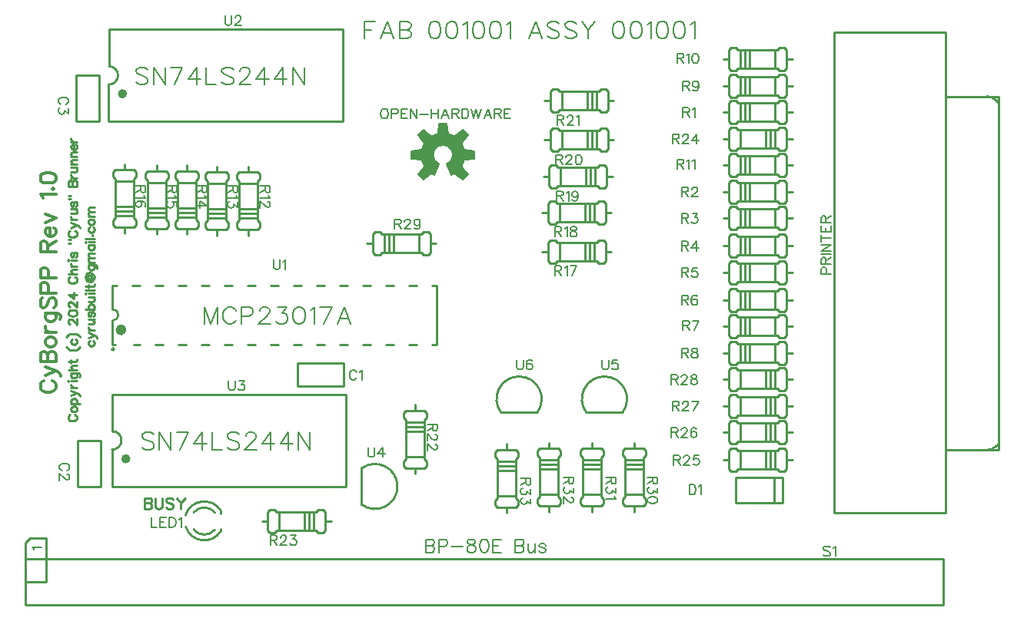
<source format=gto>
G04 Layer: TopSilkscreenLayer*
G04 EasyEDA v6.5.39, 2024-10-24 09:54:27*
G04 028e3914a6f949ed9ca799ef75e4ed4f,10*
G04 Gerber Generator version 0.2*
G04 Scale: 100 percent, Rotated: No, Reflected: No *
G04 Dimensions in inches *
G04 leading zeros omitted , absolute positions ,3 integer and 6 decimal *
%FSLAX36Y36*%
%MOIN*%

%ADD10C,0.0080*%
%ADD11C,0.0100*%
%ADD12C,0.0090*%
%ADD13C,0.0138*%
%ADD14C,0.0080*%
%ADD15C,0.0060*%
%ADD16C,0.0070*%
%ADD17C,0.0059*%
%ADD18C,0.0236*%
%ADD19C,0.0098*%
%ADD20C,0.0197*%
%ADD21C,0.0198*%

%LPD*%
D10*
X540900Y2389800D02*
G01*
X533600Y2397100D01*
X522699Y2400700D01*
X508200Y2400700D01*
X497300Y2397100D01*
X490000Y2389800D01*
X490000Y2382500D01*
X493600Y2375300D01*
X497300Y2371599D01*
X504499Y2368000D01*
X526399Y2360700D01*
X533600Y2357100D01*
X537300Y2353499D01*
X540900Y2346199D01*
X540900Y2335300D01*
X533600Y2328000D01*
X522699Y2324400D01*
X508200Y2324400D01*
X497300Y2328000D01*
X490000Y2335300D01*
X564899Y2400700D02*
G01*
X564899Y2324400D01*
X564899Y2400700D02*
G01*
X615799Y2324400D01*
X615799Y2400700D02*
G01*
X615799Y2324400D01*
X690700Y2400700D02*
G01*
X654400Y2324400D01*
X639800Y2400700D02*
G01*
X690700Y2400700D01*
X751100Y2400700D02*
G01*
X714699Y2349800D01*
X769300Y2349800D01*
X751100Y2400700D02*
G01*
X751100Y2324400D01*
X793299Y2400700D02*
G01*
X793299Y2324400D01*
X793299Y2324400D02*
G01*
X836899Y2324400D01*
X911800Y2389800D02*
G01*
X904499Y2397100D01*
X893599Y2400700D01*
X879099Y2400700D01*
X868199Y2397100D01*
X860900Y2389800D01*
X860900Y2382500D01*
X864499Y2375300D01*
X868199Y2371599D01*
X875500Y2368000D01*
X897299Y2360700D01*
X904499Y2357100D01*
X908199Y2353499D01*
X911800Y2346199D01*
X911800Y2335300D01*
X904499Y2328000D01*
X893599Y2324400D01*
X879099Y2324400D01*
X868199Y2328000D01*
X860900Y2335300D01*
X939499Y2382500D02*
G01*
X939499Y2386199D01*
X943100Y2393499D01*
X946700Y2397100D01*
X953999Y2400700D01*
X968500Y2400700D01*
X975799Y2397100D01*
X979499Y2393499D01*
X983100Y2386199D01*
X983100Y2378899D01*
X979499Y2371599D01*
X972200Y2360700D01*
X935799Y2324400D01*
X986700Y2324400D01*
X1047100Y2400700D02*
G01*
X1010699Y2349800D01*
X1065299Y2349800D01*
X1047100Y2400700D02*
G01*
X1047100Y2324400D01*
X1125600Y2400700D02*
G01*
X1089300Y2349800D01*
X1143800Y2349800D01*
X1125600Y2400700D02*
G01*
X1125600Y2324400D01*
X1167799Y2400700D02*
G01*
X1167799Y2324400D01*
X1167799Y2400700D02*
G01*
X1218699Y2324400D01*
X1218699Y2400700D02*
G01*
X1218699Y2324400D01*
X565900Y804800D02*
G01*
X558600Y812100D01*
X547699Y815700D01*
X533200Y815700D01*
X522300Y812100D01*
X515000Y804800D01*
X515000Y797500D01*
X518600Y790300D01*
X522300Y786599D01*
X529499Y783000D01*
X551399Y775700D01*
X558600Y772100D01*
X562300Y768499D01*
X565900Y761199D01*
X565900Y750300D01*
X558600Y743000D01*
X547699Y739400D01*
X533200Y739400D01*
X522300Y743000D01*
X515000Y750300D01*
X589899Y815700D02*
G01*
X589899Y739400D01*
X589899Y815700D02*
G01*
X640799Y739400D01*
X640799Y815700D02*
G01*
X640799Y739400D01*
X715700Y815700D02*
G01*
X679400Y739400D01*
X664800Y815700D02*
G01*
X715700Y815700D01*
X776099Y815700D02*
G01*
X739699Y764800D01*
X794300Y764800D01*
X776099Y815700D02*
G01*
X776099Y739400D01*
X818299Y815700D02*
G01*
X818299Y739400D01*
X818299Y739400D02*
G01*
X861899Y739400D01*
X936800Y804800D02*
G01*
X929499Y812100D01*
X918599Y815700D01*
X904099Y815700D01*
X893199Y812100D01*
X885900Y804800D01*
X885900Y797500D01*
X889499Y790300D01*
X893199Y786599D01*
X900500Y783000D01*
X922299Y775700D01*
X929499Y772100D01*
X933199Y768499D01*
X936800Y761199D01*
X936800Y750300D01*
X929499Y743000D01*
X918599Y739400D01*
X904099Y739400D01*
X893199Y743000D01*
X885900Y750300D01*
X964499Y797500D02*
G01*
X964499Y801199D01*
X968100Y808499D01*
X971700Y812100D01*
X978999Y815700D01*
X993500Y815700D01*
X1000799Y812100D01*
X1004499Y808499D01*
X1008100Y801199D01*
X1008100Y793899D01*
X1004499Y786599D01*
X997200Y775700D01*
X960799Y739400D01*
X1011700Y739400D01*
X1072100Y815700D02*
G01*
X1035699Y764800D01*
X1090299Y764800D01*
X1072100Y815700D02*
G01*
X1072100Y739400D01*
X1150600Y815700D02*
G01*
X1114300Y764800D01*
X1168800Y764800D01*
X1150600Y815700D02*
G01*
X1150600Y739400D01*
X1192799Y815700D02*
G01*
X1192799Y739400D01*
X1192799Y815700D02*
G01*
X1243699Y739400D01*
X1243699Y815700D02*
G01*
X1243699Y739400D01*
X785000Y1360700D02*
G01*
X785000Y1284400D01*
X785000Y1360700D02*
G01*
X814099Y1284400D01*
X843199Y1360700D02*
G01*
X814099Y1284400D01*
X843199Y1360700D02*
G01*
X843199Y1284400D01*
X921700Y1342500D02*
G01*
X918100Y1349800D01*
X910799Y1357100D01*
X903500Y1360700D01*
X888999Y1360700D01*
X881700Y1357100D01*
X874499Y1349800D01*
X870799Y1342500D01*
X867200Y1331599D01*
X867200Y1313499D01*
X870799Y1302500D01*
X874499Y1295300D01*
X881700Y1288000D01*
X888999Y1284400D01*
X903500Y1284400D01*
X910799Y1288000D01*
X918100Y1295300D01*
X921700Y1302500D01*
X945699Y1360700D02*
G01*
X945699Y1284400D01*
X945699Y1360700D02*
G01*
X978500Y1360700D01*
X989399Y1357100D01*
X993000Y1353499D01*
X996599Y1346199D01*
X996599Y1335300D01*
X993000Y1328000D01*
X989399Y1324400D01*
X978500Y1320700D01*
X945699Y1320700D01*
X1024300Y1342500D02*
G01*
X1024300Y1346199D01*
X1027899Y1353499D01*
X1031499Y1357100D01*
X1038800Y1360700D01*
X1053400Y1360700D01*
X1060600Y1357100D01*
X1064300Y1353499D01*
X1067899Y1346199D01*
X1067899Y1338899D01*
X1064300Y1331599D01*
X1056999Y1320700D01*
X1020600Y1284400D01*
X1071499Y1284400D01*
X1102799Y1360700D02*
G01*
X1142799Y1360700D01*
X1121000Y1331599D01*
X1131899Y1331599D01*
X1139200Y1328000D01*
X1142799Y1324400D01*
X1146499Y1313499D01*
X1146499Y1306199D01*
X1142799Y1295300D01*
X1135500Y1288000D01*
X1124600Y1284400D01*
X1113699Y1284400D01*
X1102799Y1288000D01*
X1099200Y1291599D01*
X1095500Y1298899D01*
X1192299Y1360700D02*
G01*
X1181400Y1357100D01*
X1174099Y1346199D01*
X1170500Y1328000D01*
X1170500Y1317100D01*
X1174099Y1298899D01*
X1181400Y1288000D01*
X1192299Y1284400D01*
X1199499Y1284400D01*
X1210500Y1288000D01*
X1217700Y1298899D01*
X1221400Y1317100D01*
X1221400Y1328000D01*
X1217700Y1346199D01*
X1210500Y1357100D01*
X1199499Y1360700D01*
X1192299Y1360700D01*
X1245399Y1346199D02*
G01*
X1252600Y1349800D01*
X1263500Y1360700D01*
X1263500Y1284400D01*
X1338500Y1360700D02*
G01*
X1302100Y1284400D01*
X1287500Y1360700D02*
G01*
X1338500Y1360700D01*
X1391499Y1360700D02*
G01*
X1362500Y1284400D01*
X1391499Y1360700D02*
G01*
X1420600Y1284400D01*
X1373400Y1309800D02*
G01*
X1409700Y1309800D01*
D11*
X203699Y892300D02*
G01*
X200100Y890500D01*
X196500Y886799D01*
X194600Y883200D01*
X194600Y875900D01*
X196500Y872300D01*
X200100Y868600D01*
X203699Y866799D01*
X209200Y865000D01*
X218299Y865000D01*
X223699Y866799D01*
X227399Y868600D01*
X230999Y872300D01*
X232800Y875900D01*
X232800Y883200D01*
X230999Y886799D01*
X227399Y890500D01*
X223699Y892300D01*
X207399Y913400D02*
G01*
X209200Y909699D01*
X212800Y906100D01*
X218299Y904299D01*
X221900Y904299D01*
X227399Y906100D01*
X230999Y909699D01*
X232800Y913400D01*
X232800Y918800D01*
X230999Y922500D01*
X227399Y926100D01*
X221900Y927899D01*
X218299Y927899D01*
X212800Y926100D01*
X209200Y922500D01*
X207399Y918800D01*
X207399Y913400D01*
X207399Y939899D02*
G01*
X245500Y939899D01*
X212800Y939899D02*
G01*
X209200Y943499D01*
X207399Y947199D01*
X207399Y952600D01*
X209200Y956300D01*
X212800Y959899D01*
X218299Y961700D01*
X221900Y961700D01*
X227399Y959899D01*
X230999Y956300D01*
X232800Y952600D01*
X232800Y947199D01*
X230999Y943499D01*
X227399Y939899D01*
X207399Y975500D02*
G01*
X232800Y986500D01*
X207399Y997399D02*
G01*
X232800Y986500D01*
X240100Y982800D01*
X243699Y979200D01*
X245500Y975500D01*
X245500Y973699D01*
X207399Y1009400D02*
G01*
X232800Y1009400D01*
X218299Y1009400D02*
G01*
X212800Y1011199D01*
X209200Y1014800D01*
X207399Y1018499D01*
X207399Y1023899D01*
X194600Y1035900D02*
G01*
X196500Y1037699D01*
X194600Y1039499D01*
X192800Y1037699D01*
X194600Y1035900D01*
X207399Y1037699D02*
G01*
X232800Y1037699D01*
X207399Y1073400D02*
G01*
X236500Y1073400D01*
X241900Y1071500D01*
X243699Y1069699D01*
X245500Y1066100D01*
X245500Y1060599D01*
X243699Y1056999D01*
X212800Y1073400D02*
G01*
X209200Y1069699D01*
X207399Y1066100D01*
X207399Y1060599D01*
X209200Y1056999D01*
X212800Y1053400D01*
X218299Y1051500D01*
X221900Y1051500D01*
X227399Y1053400D01*
X230999Y1056999D01*
X232800Y1060599D01*
X232800Y1066100D01*
X230999Y1069699D01*
X227399Y1073400D01*
X194600Y1085399D02*
G01*
X232800Y1085399D01*
X214600Y1085399D02*
G01*
X209200Y1090799D01*
X207399Y1094499D01*
X207399Y1099899D01*
X209200Y1103499D01*
X214600Y1105399D01*
X232800Y1105399D01*
X194600Y1122800D02*
G01*
X225500Y1122800D01*
X230999Y1124600D01*
X232800Y1128299D01*
X232800Y1131900D01*
X207399Y1117399D02*
G01*
X207399Y1130100D01*
X187399Y1184600D02*
G01*
X190999Y1180999D01*
X196500Y1177399D01*
X203699Y1173699D01*
X212800Y1171900D01*
X220100Y1171900D01*
X229200Y1173699D01*
X236500Y1177399D01*
X241900Y1180999D01*
X245500Y1184600D01*
X212800Y1218499D02*
G01*
X209200Y1214800D01*
X207399Y1211199D01*
X207399Y1205700D01*
X209200Y1202100D01*
X212800Y1198499D01*
X218299Y1196599D01*
X221900Y1196599D01*
X227399Y1198499D01*
X230999Y1202100D01*
X232800Y1205700D01*
X232800Y1211199D01*
X230999Y1214800D01*
X227399Y1218499D01*
X187399Y1230500D02*
G01*
X190999Y1234099D01*
X196500Y1237699D01*
X203699Y1241399D01*
X212800Y1243200D01*
X220100Y1243200D01*
X229200Y1241399D01*
X236500Y1237699D01*
X241900Y1234099D01*
X245500Y1230500D01*
X203699Y1285000D02*
G01*
X201900Y1285000D01*
X198299Y1286799D01*
X196500Y1288600D01*
X194600Y1292300D01*
X194600Y1299499D01*
X196500Y1303200D01*
X198299Y1305000D01*
X201900Y1306799D01*
X205500Y1306799D01*
X209200Y1305000D01*
X214600Y1301399D01*
X232800Y1283200D01*
X232800Y1308600D01*
X194600Y1331500D02*
G01*
X196500Y1326100D01*
X201900Y1322500D01*
X210999Y1320599D01*
X216500Y1320599D01*
X225500Y1322500D01*
X230999Y1326100D01*
X232800Y1331500D01*
X232800Y1335199D01*
X230999Y1340599D01*
X225500Y1344299D01*
X216500Y1346100D01*
X210999Y1346100D01*
X201900Y1344299D01*
X196500Y1340599D01*
X194600Y1335199D01*
X194600Y1331500D01*
X203699Y1359899D02*
G01*
X201900Y1359899D01*
X198299Y1361700D01*
X196500Y1363499D01*
X194600Y1367199D01*
X194600Y1374499D01*
X196500Y1378099D01*
X198299Y1379899D01*
X201900Y1381700D01*
X205500Y1381700D01*
X209200Y1379899D01*
X214600Y1376300D01*
X232800Y1358099D01*
X232800Y1383499D01*
X194600Y1413699D02*
G01*
X220100Y1395500D01*
X220100Y1422800D01*
X194600Y1413699D02*
G01*
X232800Y1413699D01*
X203699Y1490100D02*
G01*
X200100Y1488299D01*
X196500Y1484600D01*
X194600Y1480999D01*
X194600Y1473699D01*
X196500Y1470100D01*
X200100Y1466500D01*
X203699Y1464600D01*
X209200Y1462800D01*
X218299Y1462800D01*
X223699Y1464600D01*
X227399Y1466500D01*
X230999Y1470100D01*
X232800Y1473699D01*
X232800Y1480999D01*
X230999Y1484600D01*
X227399Y1488299D01*
X223699Y1490100D01*
X194600Y1502100D02*
G01*
X232800Y1502100D01*
X214600Y1502100D02*
G01*
X209200Y1507500D01*
X207399Y1511199D01*
X207399Y1516599D01*
X209200Y1520300D01*
X214600Y1522100D01*
X232800Y1522100D01*
X207399Y1534099D02*
G01*
X232800Y1534099D01*
X218299Y1534099D02*
G01*
X212800Y1535900D01*
X209200Y1539499D01*
X207399Y1543200D01*
X207399Y1548600D01*
X194600Y1560599D02*
G01*
X196500Y1562500D01*
X194600Y1564299D01*
X192800Y1562500D01*
X194600Y1560599D01*
X207399Y1562500D02*
G01*
X232800Y1562500D01*
X212800Y1596300D02*
G01*
X209200Y1594499D01*
X207399Y1589000D01*
X207399Y1583499D01*
X209200Y1578099D01*
X212800Y1576300D01*
X216500Y1578099D01*
X218299Y1581700D01*
X220100Y1590799D01*
X221900Y1594499D01*
X225500Y1596300D01*
X227399Y1596300D01*
X230999Y1594499D01*
X232800Y1589000D01*
X232800Y1583499D01*
X230999Y1578099D01*
X227399Y1576300D01*
X194600Y1636300D02*
G01*
X207399Y1636300D01*
X194600Y1650799D02*
G01*
X207399Y1650799D01*
X203699Y1690100D02*
G01*
X200100Y1688299D01*
X196500Y1684600D01*
X194600Y1680999D01*
X194600Y1673699D01*
X196500Y1670100D01*
X200100Y1666500D01*
X203699Y1664600D01*
X209200Y1662800D01*
X218299Y1662800D01*
X223699Y1664600D01*
X227399Y1666500D01*
X230999Y1670100D01*
X232800Y1673699D01*
X232800Y1680999D01*
X230999Y1684600D01*
X227399Y1688299D01*
X223699Y1690100D01*
X207399Y1703899D02*
G01*
X232800Y1714800D01*
X207399Y1725700D02*
G01*
X232800Y1714800D01*
X240100Y1711199D01*
X243699Y1707500D01*
X245500Y1703899D01*
X245500Y1702100D01*
X207399Y1737699D02*
G01*
X232800Y1737699D01*
X218299Y1737699D02*
G01*
X212800Y1739499D01*
X209200Y1743200D01*
X207399Y1746799D01*
X207399Y1752300D01*
X207399Y1764299D02*
G01*
X225500Y1764299D01*
X230999Y1766100D01*
X232800Y1769699D01*
X232800Y1775199D01*
X230999Y1778800D01*
X225500Y1784299D01*
X207399Y1784299D02*
G01*
X232800Y1784299D01*
X212800Y1816300D02*
G01*
X209200Y1814499D01*
X207399Y1809000D01*
X207399Y1803499D01*
X209200Y1798099D01*
X212800Y1796300D01*
X216500Y1798099D01*
X218299Y1801700D01*
X220100Y1810799D01*
X221900Y1814499D01*
X225500Y1816300D01*
X227399Y1816300D01*
X230999Y1814499D01*
X232800Y1809000D01*
X232800Y1803499D01*
X230999Y1798099D01*
X227399Y1796300D01*
X194600Y1828299D02*
G01*
X207399Y1828299D01*
X194600Y1842800D02*
G01*
X207399Y1842800D01*
X194600Y1882800D02*
G01*
X232800Y1882800D01*
X194600Y1882800D02*
G01*
X194600Y1899200D01*
X196500Y1904600D01*
X198299Y1906500D01*
X201900Y1908299D01*
X205500Y1908299D01*
X209200Y1906500D01*
X210999Y1904600D01*
X212800Y1899200D01*
X212800Y1882800D02*
G01*
X212800Y1899200D01*
X214600Y1904600D01*
X216500Y1906500D01*
X220100Y1908299D01*
X225500Y1908299D01*
X229200Y1906500D01*
X230999Y1904600D01*
X232800Y1899200D01*
X232800Y1882800D01*
X207399Y1920300D02*
G01*
X232800Y1920300D01*
X218299Y1920300D02*
G01*
X212800Y1922100D01*
X209200Y1925700D01*
X207399Y1929400D01*
X207399Y1934800D01*
X207399Y1946799D02*
G01*
X225500Y1946799D01*
X230999Y1948600D01*
X232800Y1952300D01*
X232800Y1957699D01*
X230999Y1961399D01*
X225500Y1966799D01*
X207399Y1966799D02*
G01*
X232800Y1966799D01*
X207399Y1978800D02*
G01*
X232800Y1978800D01*
X214600Y1978800D02*
G01*
X209200Y1984299D01*
X207399Y1987899D01*
X207399Y1993400D01*
X209200Y1996999D01*
X214600Y1998800D01*
X232800Y1998800D01*
X207399Y2010799D02*
G01*
X232800Y2010799D01*
X214600Y2010799D02*
G01*
X209200Y2016300D01*
X207399Y2019899D01*
X207399Y2025399D01*
X209200Y2029000D01*
X214600Y2030799D01*
X232800Y2030799D01*
X218299Y2042800D02*
G01*
X218299Y2064600D01*
X214600Y2064600D01*
X210999Y2062800D01*
X209200Y2060999D01*
X207399Y2057399D01*
X207399Y2051900D01*
X209200Y2048299D01*
X212800Y2044600D01*
X218299Y2042800D01*
X221900Y2042800D01*
X227399Y2044600D01*
X230999Y2048299D01*
X232800Y2051900D01*
X232800Y2057399D01*
X230999Y2060999D01*
X227399Y2064600D01*
X207399Y2076599D02*
G01*
X232800Y2076599D01*
X218299Y2076599D02*
G01*
X212800Y2078499D01*
X209200Y2082100D01*
X207399Y2085700D01*
X207399Y2091199D01*
D12*
X287800Y1211799D02*
G01*
X284200Y1208200D01*
X282399Y1204499D01*
X282399Y1199099D01*
X284200Y1195500D01*
X287800Y1191799D01*
X293299Y1190000D01*
X296900Y1190000D01*
X302399Y1191799D01*
X305999Y1195500D01*
X307800Y1199099D01*
X307800Y1204499D01*
X305999Y1208200D01*
X302399Y1211799D01*
X282399Y1225599D02*
G01*
X307800Y1236500D01*
X282399Y1247500D02*
G01*
X307800Y1236500D01*
X315100Y1232899D01*
X318699Y1229299D01*
X320500Y1225599D01*
X320500Y1223800D01*
X282399Y1259499D02*
G01*
X307800Y1259499D01*
X293299Y1259499D02*
G01*
X287800Y1261300D01*
X284200Y1264899D01*
X282399Y1268499D01*
X282399Y1274000D01*
X282399Y1285999D02*
G01*
X300500Y1285999D01*
X305999Y1287800D01*
X307800Y1291500D01*
X307800Y1296900D01*
X305999Y1300500D01*
X300500Y1305999D01*
X282399Y1305999D02*
G01*
X307800Y1305999D01*
X287800Y1338000D02*
G01*
X284200Y1336199D01*
X282399Y1330700D01*
X282399Y1325300D01*
X284200Y1319800D01*
X287800Y1318000D01*
X291500Y1319800D01*
X293299Y1323499D01*
X295100Y1332500D01*
X296900Y1336199D01*
X300500Y1338000D01*
X302399Y1338000D01*
X305999Y1336199D01*
X307800Y1330700D01*
X307800Y1325300D01*
X305999Y1319800D01*
X302399Y1318000D01*
X269600Y1350000D02*
G01*
X307800Y1350000D01*
X287800Y1350000D02*
G01*
X284200Y1353600D01*
X282399Y1357300D01*
X282399Y1362699D01*
X284200Y1366399D01*
X287800Y1370000D01*
X293299Y1371799D01*
X296900Y1371799D01*
X302399Y1370000D01*
X305999Y1366399D01*
X307800Y1362699D01*
X307800Y1357300D01*
X305999Y1353600D01*
X302399Y1350000D01*
X282399Y1383800D02*
G01*
X300500Y1383800D01*
X305999Y1385599D01*
X307800Y1389299D01*
X307800Y1394699D01*
X305999Y1398400D01*
X300500Y1403800D01*
X282399Y1403800D02*
G01*
X307800Y1403800D01*
X269600Y1415799D02*
G01*
X271500Y1417600D01*
X269600Y1419499D01*
X267800Y1417600D01*
X269600Y1415799D01*
X282399Y1417600D02*
G01*
X307800Y1417600D01*
X269600Y1431500D02*
G01*
X307800Y1431500D01*
X269600Y1448899D02*
G01*
X300500Y1448899D01*
X305999Y1450700D01*
X307800Y1454400D01*
X307800Y1458000D01*
X282399Y1443499D02*
G01*
X282399Y1456199D01*
X284200Y1497300D02*
G01*
X280500Y1495500D01*
X278699Y1491799D01*
X278699Y1486399D01*
X280500Y1482699D01*
X282399Y1480900D01*
X287800Y1479099D01*
X293299Y1479099D01*
X296900Y1480900D01*
X298699Y1484499D01*
X298699Y1490000D01*
X296900Y1493600D01*
X293299Y1495500D01*
X278699Y1486399D02*
G01*
X282399Y1482699D01*
X287800Y1480900D01*
X293299Y1480900D01*
X296900Y1482699D01*
X298699Y1484499D01*
X278699Y1497300D02*
G01*
X293299Y1495500D01*
X296900Y1495500D01*
X298699Y1499099D01*
X298699Y1502699D01*
X295100Y1506399D01*
X289600Y1508200D01*
X285999Y1508200D01*
X280500Y1506399D01*
X276900Y1504499D01*
X273299Y1500900D01*
X271500Y1497300D01*
X269600Y1491799D01*
X269600Y1486399D01*
X271500Y1480900D01*
X273299Y1477300D01*
X276900Y1473600D01*
X280500Y1471799D01*
X285999Y1470000D01*
X291500Y1470000D01*
X296900Y1471799D01*
X300500Y1473600D01*
X304200Y1477300D01*
X305999Y1480900D01*
X307800Y1486399D01*
X307800Y1491799D01*
X305999Y1497300D01*
X304200Y1500900D01*
X302399Y1502699D01*
X278699Y1499099D02*
G01*
X293299Y1497300D01*
X296900Y1497300D01*
X298699Y1499099D01*
X282399Y1541999D02*
G01*
X311500Y1541999D01*
X316900Y1540199D01*
X318699Y1538400D01*
X320500Y1534699D01*
X320500Y1529299D01*
X318699Y1525599D01*
X287800Y1541999D02*
G01*
X284200Y1538400D01*
X282399Y1534699D01*
X282399Y1529299D01*
X284200Y1525599D01*
X287800Y1521999D01*
X293299Y1520199D01*
X296900Y1520199D01*
X302399Y1521999D01*
X305999Y1525599D01*
X307800Y1529299D01*
X307800Y1534699D01*
X305999Y1538400D01*
X302399Y1541999D01*
X282399Y1554000D02*
G01*
X307800Y1554000D01*
X289600Y1554000D02*
G01*
X284200Y1559499D01*
X282399Y1563099D01*
X282399Y1568499D01*
X284200Y1572199D01*
X289600Y1574000D01*
X307800Y1574000D01*
X289600Y1574000D02*
G01*
X284200Y1579499D01*
X282399Y1583099D01*
X282399Y1588499D01*
X284200Y1592199D01*
X289600Y1594000D01*
X307800Y1594000D01*
X282399Y1627800D02*
G01*
X307800Y1627800D01*
X287800Y1627800D02*
G01*
X284200Y1624200D01*
X282399Y1620500D01*
X282399Y1615100D01*
X284200Y1611500D01*
X287800Y1607800D01*
X293299Y1605999D01*
X296900Y1605999D01*
X302399Y1607800D01*
X305999Y1611500D01*
X307800Y1615100D01*
X307800Y1620500D01*
X305999Y1624200D01*
X302399Y1627800D01*
X269600Y1639800D02*
G01*
X271500Y1641599D01*
X269600Y1643499D01*
X267800Y1641599D01*
X269600Y1639800D01*
X282399Y1641599D02*
G01*
X307800Y1641599D01*
X269600Y1655500D02*
G01*
X307800Y1655500D01*
X298699Y1669299D02*
G01*
X300500Y1667500D01*
X302399Y1669299D01*
X300500Y1671100D01*
X298699Y1669299D01*
X287800Y1704899D02*
G01*
X284200Y1701300D01*
X282399Y1697600D01*
X282399Y1692199D01*
X284200Y1688499D01*
X287800Y1684899D01*
X293299Y1683099D01*
X296900Y1683099D01*
X302399Y1684899D01*
X305999Y1688499D01*
X307800Y1692199D01*
X307800Y1697600D01*
X305999Y1701300D01*
X302399Y1704899D01*
X282399Y1725999D02*
G01*
X284200Y1722399D01*
X287800Y1718699D01*
X293299Y1716900D01*
X296900Y1716900D01*
X302399Y1718699D01*
X305999Y1722399D01*
X307800Y1725999D01*
X307800Y1731500D01*
X305999Y1735100D01*
X302399Y1738699D01*
X296900Y1740500D01*
X293299Y1740500D01*
X287800Y1738699D01*
X284200Y1735100D01*
X282399Y1731500D01*
X282399Y1725999D01*
X282399Y1752500D02*
G01*
X307800Y1752500D01*
X289600Y1752500D02*
G01*
X284200Y1758000D01*
X282399Y1761599D01*
X282399Y1767100D01*
X284200Y1770700D01*
X289600Y1772500D01*
X307800Y1772500D01*
X289600Y1772500D02*
G01*
X284200Y1778000D01*
X282399Y1781599D01*
X282399Y1787100D01*
X284200Y1790700D01*
X289600Y1792500D01*
X307800Y1792500D01*
D13*
X90300Y1037699D02*
G01*
X83899Y1034499D01*
X77500Y1028200D01*
X74400Y1021799D01*
X74400Y1009099D01*
X77500Y1002699D01*
X83899Y996399D01*
X90300Y993200D01*
X99800Y990000D01*
X115700Y990000D01*
X125300Y993200D01*
X131599Y996399D01*
X138000Y1002699D01*
X141199Y1009099D01*
X141199Y1021799D01*
X138000Y1028200D01*
X131599Y1034499D01*
X125300Y1037699D01*
X96599Y1061900D02*
G01*
X141199Y1080999D01*
X96599Y1100100D02*
G01*
X141199Y1080999D01*
X153899Y1074600D01*
X160300Y1068299D01*
X163499Y1061900D01*
X163499Y1058699D01*
X74400Y1121100D02*
G01*
X141199Y1121100D01*
X74400Y1121100D02*
G01*
X74400Y1149699D01*
X77500Y1159299D01*
X80700Y1162500D01*
X87100Y1165599D01*
X93499Y1165599D01*
X99800Y1162500D01*
X103000Y1159299D01*
X106199Y1149699D01*
X106199Y1121100D02*
G01*
X106199Y1149699D01*
X109400Y1159299D01*
X112500Y1162500D01*
X118899Y1165599D01*
X128499Y1165599D01*
X134800Y1162500D01*
X138000Y1159299D01*
X141199Y1149699D01*
X141199Y1121100D01*
X96599Y1202500D02*
G01*
X99800Y1196199D01*
X106199Y1189800D01*
X115700Y1186599D01*
X122100Y1186599D01*
X131599Y1189800D01*
X138000Y1196199D01*
X141199Y1202500D01*
X141199Y1212100D01*
X138000Y1218499D01*
X131599Y1224800D01*
X122100Y1228000D01*
X115700Y1228000D01*
X106199Y1224800D01*
X99800Y1218499D01*
X96599Y1212100D01*
X96599Y1202500D01*
X96599Y1249000D02*
G01*
X141199Y1249000D01*
X115700Y1249000D02*
G01*
X106199Y1252199D01*
X99800Y1258499D01*
X96599Y1264899D01*
X96599Y1274499D01*
X96599Y1333600D02*
G01*
X147500Y1333600D01*
X157100Y1330500D01*
X160300Y1327300D01*
X163499Y1320900D01*
X163499Y1311399D01*
X160300Y1305000D01*
X106199Y1333600D02*
G01*
X99800Y1327300D01*
X96599Y1320900D01*
X96599Y1311399D01*
X99800Y1305000D01*
X106199Y1298600D01*
X115700Y1295500D01*
X122100Y1295500D01*
X131599Y1298600D01*
X138000Y1305000D01*
X141199Y1311399D01*
X141199Y1320900D01*
X138000Y1327300D01*
X131599Y1333600D01*
X83899Y1399200D02*
G01*
X77500Y1392800D01*
X74400Y1383299D01*
X74400Y1370500D01*
X77500Y1360999D01*
X83899Y1354600D01*
X90300Y1354600D01*
X96599Y1357800D01*
X99800Y1360999D01*
X103000Y1367399D01*
X109400Y1386500D01*
X112500Y1392800D01*
X115700Y1395999D01*
X122100Y1399200D01*
X131599Y1399200D01*
X138000Y1392800D01*
X141199Y1383299D01*
X141199Y1370500D01*
X138000Y1360999D01*
X131599Y1354600D01*
X74400Y1420199D02*
G01*
X141199Y1420199D01*
X74400Y1420199D02*
G01*
X74400Y1448800D01*
X77500Y1458400D01*
X80700Y1461500D01*
X87100Y1464699D01*
X96599Y1464699D01*
X103000Y1461500D01*
X106199Y1458400D01*
X109400Y1448800D01*
X109400Y1420199D01*
X74400Y1485700D02*
G01*
X141199Y1485700D01*
X74400Y1485700D02*
G01*
X74400Y1514400D01*
X77500Y1523899D01*
X80700Y1527100D01*
X87100Y1530300D01*
X96599Y1530300D01*
X103000Y1527100D01*
X106199Y1523899D01*
X109400Y1514400D01*
X109400Y1485700D01*
X74400Y1600300D02*
G01*
X141199Y1600300D01*
X74400Y1600300D02*
G01*
X74400Y1628899D01*
X77500Y1638499D01*
X80700Y1641599D01*
X87100Y1644800D01*
X93499Y1644800D01*
X99800Y1641599D01*
X103000Y1638499D01*
X106199Y1628899D01*
X106199Y1600300D01*
X106199Y1622500D02*
G01*
X141199Y1644800D01*
X115700Y1665799D02*
G01*
X115700Y1704000D01*
X109400Y1704000D01*
X103000Y1700799D01*
X99800Y1697600D01*
X96599Y1691300D01*
X96599Y1681700D01*
X99800Y1675399D01*
X106199Y1669000D01*
X115700Y1665799D01*
X122100Y1665799D01*
X131599Y1669000D01*
X138000Y1675399D01*
X141199Y1681700D01*
X141199Y1691300D01*
X138000Y1697600D01*
X131599Y1704000D01*
X96599Y1725000D02*
G01*
X141199Y1744099D01*
X96599Y1763200D02*
G01*
X141199Y1744099D01*
X87100Y1833200D02*
G01*
X83899Y1839499D01*
X74400Y1849099D01*
X141199Y1849099D01*
X125300Y1873299D02*
G01*
X128499Y1870100D01*
X131599Y1873299D01*
X128499Y1876500D01*
X125300Y1873299D01*
X74400Y1916500D02*
G01*
X77500Y1906999D01*
X87100Y1900599D01*
X103000Y1897500D01*
X112500Y1897500D01*
X128499Y1900599D01*
X138000Y1906999D01*
X141199Y1916500D01*
X141199Y1922899D01*
X138000Y1932500D01*
X128499Y1938800D01*
X112500Y1941999D01*
X103000Y1941999D01*
X87100Y1938800D01*
X77500Y1932500D01*
X74400Y1922899D01*
X74400Y1916500D01*
D12*
X525000Y530500D02*
G01*
X525000Y482699D01*
X525000Y530500D02*
G01*
X545500Y530500D01*
X552300Y528200D01*
X554499Y525900D01*
X556799Y521399D01*
X556799Y516799D01*
X554499Y512300D01*
X552300Y510000D01*
X545500Y507699D01*
X525000Y507699D02*
G01*
X545500Y507699D01*
X552300Y505500D01*
X554499Y503200D01*
X556799Y498600D01*
X556799Y491799D01*
X554499Y487300D01*
X552300Y485000D01*
X545500Y482699D01*
X525000Y482699D01*
X571799Y530500D02*
G01*
X571799Y496399D01*
X574099Y489499D01*
X578600Y485000D01*
X585500Y482699D01*
X590000Y482699D01*
X596799Y485000D01*
X601399Y489499D01*
X603600Y496399D01*
X603600Y530500D01*
X650500Y523600D02*
G01*
X645900Y528200D01*
X639099Y530500D01*
X630000Y530500D01*
X623200Y528200D01*
X618600Y523600D01*
X618600Y519099D01*
X620900Y514499D01*
X623200Y512300D01*
X627699Y510000D01*
X641399Y505500D01*
X645900Y503200D01*
X648200Y500900D01*
X650500Y496399D01*
X650500Y489499D01*
X645900Y485000D01*
X639099Y482699D01*
X630000Y482699D01*
X623200Y485000D01*
X618600Y489499D01*
X665500Y530500D02*
G01*
X683600Y507699D01*
X683600Y482699D01*
X701799Y530500D02*
G01*
X683600Y507699D01*
D14*
X1480000Y2599499D02*
G01*
X1480000Y2524299D01*
X1480000Y2599499D02*
G01*
X1526499Y2599499D01*
X1480000Y2563699D02*
G01*
X1508599Y2563699D01*
X1578800Y2599499D02*
G01*
X1550200Y2524299D01*
X1578800Y2599499D02*
G01*
X1607399Y2524299D01*
X1560900Y2549299D02*
G01*
X1596700Y2549299D01*
X1631000Y2599499D02*
G01*
X1631000Y2524299D01*
X1631000Y2599499D02*
G01*
X1663199Y2599499D01*
X1673999Y2595900D01*
X1677600Y2592300D01*
X1681099Y2585100D01*
X1681099Y2578000D01*
X1677600Y2570799D01*
X1673999Y2567199D01*
X1663199Y2563699D01*
X1631000Y2563699D02*
G01*
X1663199Y2563699D01*
X1673999Y2560100D01*
X1677600Y2556500D01*
X1681099Y2549299D01*
X1681099Y2538600D01*
X1677600Y2531500D01*
X1673999Y2527899D01*
X1663199Y2524299D01*
X1631000Y2524299D01*
X1781400Y2599499D02*
G01*
X1770600Y2595900D01*
X1763500Y2585100D01*
X1759899Y2567199D01*
X1759899Y2556500D01*
X1763500Y2538600D01*
X1770600Y2527899D01*
X1781400Y2524299D01*
X1788500Y2524299D01*
X1799300Y2527899D01*
X1806400Y2538600D01*
X1810000Y2556500D01*
X1810000Y2567199D01*
X1806400Y2585100D01*
X1799300Y2595900D01*
X1788500Y2599499D01*
X1781400Y2599499D01*
X1855100Y2599499D02*
G01*
X1844399Y2595900D01*
X1837200Y2585100D01*
X1833599Y2567199D01*
X1833599Y2556500D01*
X1837200Y2538600D01*
X1844399Y2527899D01*
X1855100Y2524299D01*
X1862200Y2524299D01*
X1873000Y2527899D01*
X1880100Y2538600D01*
X1883699Y2556500D01*
X1883699Y2567199D01*
X1880100Y2585100D01*
X1873000Y2595900D01*
X1862200Y2599499D01*
X1855100Y2599499D01*
X1907299Y2585100D02*
G01*
X1914499Y2588699D01*
X1925200Y2599499D01*
X1925200Y2524299D01*
X1970299Y2599499D02*
G01*
X1959600Y2595900D01*
X1952399Y2585100D01*
X1948900Y2567199D01*
X1948900Y2556500D01*
X1952399Y2538600D01*
X1959600Y2527899D01*
X1970299Y2524299D01*
X1977500Y2524299D01*
X1988199Y2527899D01*
X1995399Y2538600D01*
X1998999Y2556500D01*
X1998999Y2567199D01*
X1995399Y2585100D01*
X1988199Y2595900D01*
X1977500Y2599499D01*
X1970299Y2599499D01*
X2044099Y2599499D02*
G01*
X2033299Y2595900D01*
X2026199Y2585100D01*
X2022600Y2567199D01*
X2022600Y2556500D01*
X2026199Y2538600D01*
X2033299Y2527899D01*
X2044099Y2524299D01*
X2051199Y2524299D01*
X2061999Y2527899D01*
X2069099Y2538600D01*
X2072700Y2556500D01*
X2072700Y2567199D01*
X2069099Y2585100D01*
X2061999Y2595900D01*
X2051199Y2599499D01*
X2044099Y2599499D01*
X2096300Y2585100D02*
G01*
X2103500Y2588699D01*
X2114200Y2599499D01*
X2114200Y2524299D01*
X2221599Y2599499D02*
G01*
X2193000Y2524299D01*
X2221599Y2599499D02*
G01*
X2250200Y2524299D01*
X2203699Y2549299D02*
G01*
X2239499Y2549299D01*
X2323900Y2588699D02*
G01*
X2316800Y2595900D01*
X2306099Y2599499D01*
X2291700Y2599499D01*
X2281000Y2595900D01*
X2273800Y2588699D01*
X2273800Y2581599D01*
X2277399Y2574400D01*
X2281000Y2570799D01*
X2288199Y2567199D01*
X2309600Y2560100D01*
X2316800Y2556500D01*
X2320399Y2552899D01*
X2323900Y2545799D01*
X2323900Y2535000D01*
X2316800Y2527899D01*
X2306099Y2524299D01*
X2291700Y2524299D01*
X2281000Y2527899D01*
X2273800Y2535000D01*
X2397700Y2588699D02*
G01*
X2390500Y2595900D01*
X2379799Y2599499D01*
X2365500Y2599499D01*
X2354700Y2595900D01*
X2347600Y2588699D01*
X2347600Y2581599D01*
X2351199Y2574400D01*
X2354700Y2570799D01*
X2361899Y2567199D01*
X2383400Y2560100D01*
X2390500Y2556500D01*
X2394099Y2552899D01*
X2397700Y2545799D01*
X2397700Y2535000D01*
X2390500Y2527899D01*
X2379799Y2524299D01*
X2365500Y2524299D01*
X2354700Y2527899D01*
X2347600Y2535000D01*
X2421300Y2599499D02*
G01*
X2449899Y2563699D01*
X2449899Y2524299D01*
X2478599Y2599499D02*
G01*
X2449899Y2563699D01*
X2578800Y2599499D02*
G01*
X2568000Y2595900D01*
X2560900Y2585100D01*
X2557299Y2567199D01*
X2557299Y2556500D01*
X2560900Y2538600D01*
X2568000Y2527899D01*
X2578800Y2524299D01*
X2585900Y2524299D01*
X2596700Y2527899D01*
X2603800Y2538600D01*
X2607399Y2556500D01*
X2607399Y2567199D01*
X2603800Y2585100D01*
X2596700Y2595900D01*
X2585900Y2599499D01*
X2578800Y2599499D01*
X2652500Y2599499D02*
G01*
X2641800Y2595900D01*
X2634600Y2585100D01*
X2631000Y2567199D01*
X2631000Y2556500D01*
X2634600Y2538600D01*
X2641800Y2527899D01*
X2652500Y2524299D01*
X2659700Y2524299D01*
X2670399Y2527899D01*
X2677600Y2538600D01*
X2681099Y2556500D01*
X2681099Y2567199D01*
X2677600Y2585100D01*
X2670399Y2595900D01*
X2659700Y2599499D01*
X2652500Y2599499D01*
X2704799Y2585100D02*
G01*
X2711899Y2588699D01*
X2722700Y2599499D01*
X2722700Y2524299D01*
X2767799Y2599499D02*
G01*
X2756999Y2595900D01*
X2749899Y2585100D01*
X2746300Y2567199D01*
X2746300Y2556500D01*
X2749899Y2538600D01*
X2756999Y2527899D01*
X2767799Y2524299D01*
X2774899Y2524299D01*
X2785699Y2527899D01*
X2792799Y2538600D01*
X2796400Y2556500D01*
X2796400Y2567199D01*
X2792799Y2585100D01*
X2785699Y2595900D01*
X2774899Y2599499D01*
X2767799Y2599499D01*
X2841499Y2599499D02*
G01*
X2830699Y2595900D01*
X2823599Y2585100D01*
X2820000Y2567199D01*
X2820000Y2556500D01*
X2823599Y2538600D01*
X2830699Y2527899D01*
X2841499Y2524299D01*
X2848599Y2524299D01*
X2859399Y2527899D01*
X2866499Y2538600D01*
X2870100Y2556500D01*
X2870100Y2567199D01*
X2866499Y2585100D01*
X2859399Y2595900D01*
X2848599Y2599499D01*
X2841499Y2599499D01*
X2893699Y2585100D02*
G01*
X2900900Y2588699D01*
X2911599Y2599499D01*
X2911599Y2524299D01*
X1745000Y350500D02*
G01*
X1745000Y293299D01*
X1745000Y350500D02*
G01*
X1769499Y350500D01*
X1777700Y347800D01*
X1780500Y345100D01*
X1783199Y339600D01*
X1783199Y334200D01*
X1780500Y328699D01*
X1777700Y325999D01*
X1769499Y323299D01*
X1745000Y323299D02*
G01*
X1769499Y323299D01*
X1777700Y320500D01*
X1780500Y317800D01*
X1783199Y312399D01*
X1783199Y304200D01*
X1780500Y298699D01*
X1777700Y295999D01*
X1769499Y293299D01*
X1745000Y293299D01*
X1801199Y350500D02*
G01*
X1801199Y293299D01*
X1801199Y350500D02*
G01*
X1825699Y350500D01*
X1833900Y347800D01*
X1836599Y345100D01*
X1839399Y339600D01*
X1839399Y331500D01*
X1836599Y325999D01*
X1833900Y323299D01*
X1825699Y320500D01*
X1801199Y320500D01*
X1857399Y317800D02*
G01*
X1906499Y317800D01*
X1938100Y350500D02*
G01*
X1929899Y347800D01*
X1927200Y342399D01*
X1927200Y336900D01*
X1929899Y331500D01*
X1935399Y328699D01*
X1946300Y325999D01*
X1954499Y323299D01*
X1959899Y317800D01*
X1962600Y312399D01*
X1962600Y304200D01*
X1959899Y298699D01*
X1957200Y295999D01*
X1948999Y293299D01*
X1938100Y293299D01*
X1929899Y295999D01*
X1927200Y298699D01*
X1924499Y304200D01*
X1924499Y312399D01*
X1927200Y317800D01*
X1932600Y323299D01*
X1940799Y325999D01*
X1951700Y328699D01*
X1957200Y331500D01*
X1959899Y336900D01*
X1959899Y342399D01*
X1957200Y347800D01*
X1948999Y350500D01*
X1938100Y350500D01*
X1996999Y350500D02*
G01*
X1988800Y347800D01*
X1983400Y339600D01*
X1980600Y325999D01*
X1980600Y317800D01*
X1983400Y304200D01*
X1988800Y295999D01*
X1996999Y293299D01*
X2002500Y293299D01*
X2010600Y295999D01*
X2016099Y304200D01*
X2018800Y317800D01*
X2018800Y325999D01*
X2016099Y339600D01*
X2010600Y347800D01*
X2002500Y350500D01*
X1996999Y350500D01*
X2036800Y350500D02*
G01*
X2036800Y293299D01*
X2036800Y350500D02*
G01*
X2072299Y350500D01*
X2036800Y323299D02*
G01*
X2058599Y323299D01*
X2036800Y293299D02*
G01*
X2072299Y293299D01*
X2132299Y350500D02*
G01*
X2132299Y293299D01*
X2132299Y350500D02*
G01*
X2156800Y350500D01*
X2165000Y347800D01*
X2167700Y345100D01*
X2170500Y339600D01*
X2170500Y334200D01*
X2167700Y328699D01*
X2165000Y325999D01*
X2156800Y323299D01*
X2132299Y323299D02*
G01*
X2156800Y323299D01*
X2165000Y320500D01*
X2167700Y317800D01*
X2170500Y312399D01*
X2170500Y304200D01*
X2167700Y298699D01*
X2165000Y295999D01*
X2156800Y293299D01*
X2132299Y293299D01*
X2188500Y331500D02*
G01*
X2188500Y304200D01*
X2191199Y295999D01*
X2196599Y293299D01*
X2204799Y293299D01*
X2210299Y295999D01*
X2218500Y304200D01*
X2218500Y331500D02*
G01*
X2218500Y293299D01*
X2266499Y323299D02*
G01*
X2263699Y328699D01*
X2255500Y331500D01*
X2247399Y331500D01*
X2239200Y328699D01*
X2236499Y323299D01*
X2239200Y317800D01*
X2244600Y315100D01*
X2258299Y312399D01*
X2263699Y309600D01*
X2266499Y304200D01*
X2266499Y301500D01*
X2263699Y295999D01*
X2255500Y293299D01*
X2247399Y293299D01*
X2239200Y295999D01*
X2236499Y301500D01*
D15*
X3498599Y314299D02*
G01*
X3494499Y318400D01*
X3488400Y320399D01*
X3480200Y320399D01*
X3474099Y318400D01*
X3470000Y314299D01*
X3470000Y310199D01*
X3471999Y306100D01*
X3474099Y304000D01*
X3478199Y301999D01*
X3490500Y297899D01*
X3494499Y295900D01*
X3496599Y293800D01*
X3498599Y289699D01*
X3498599Y283600D01*
X3494499Y279499D01*
X3488400Y277500D01*
X3480200Y277500D01*
X3474099Y279499D01*
X3470000Y283600D01*
X3512100Y312199D02*
G01*
X3516199Y314299D01*
X3522399Y320399D01*
X3522399Y277500D01*
D16*
X47300Y305900D02*
G01*
X45399Y309499D01*
X40000Y315000D01*
X78200Y315000D01*
D15*
X1085000Y1565399D02*
G01*
X1085000Y1534699D01*
X1086999Y1528600D01*
X1091099Y1524499D01*
X1097299Y1522500D01*
X1101400Y1522500D01*
X1107500Y1524499D01*
X1111599Y1528600D01*
X1113599Y1534699D01*
X1113599Y1565399D01*
X1127100Y1557199D02*
G01*
X1131199Y1559299D01*
X1137399Y1565399D01*
X1137399Y1522500D01*
X890000Y1040399D02*
G01*
X890000Y1009699D01*
X891999Y1003600D01*
X896099Y999499D01*
X902299Y997500D01*
X906400Y997500D01*
X912500Y999499D01*
X916599Y1003600D01*
X918599Y1009699D01*
X918599Y1040399D01*
X936199Y1040399D02*
G01*
X958699Y1040399D01*
X946499Y1024000D01*
X952600Y1024000D01*
X956700Y1021999D01*
X958699Y1020000D01*
X960799Y1013800D01*
X960799Y1009699D01*
X958699Y1003600D01*
X954600Y999499D01*
X948500Y997500D01*
X942399Y997500D01*
X936199Y999499D01*
X934200Y1001500D01*
X932100Y1005599D01*
X1562299Y2220399D02*
G01*
X1558199Y2218400D01*
X1554099Y2214299D01*
X1551999Y2210200D01*
X1550000Y2204000D01*
X1550000Y2193800D01*
X1551999Y2187700D01*
X1554099Y2183600D01*
X1558199Y2179499D01*
X1562299Y2177500D01*
X1570500Y2177500D01*
X1574499Y2179499D01*
X1578599Y2183600D01*
X1580699Y2187700D01*
X1582700Y2193800D01*
X1582700Y2204000D01*
X1580699Y2210200D01*
X1578599Y2214299D01*
X1574499Y2218400D01*
X1570500Y2220399D01*
X1562299Y2220399D01*
X1596199Y2220399D02*
G01*
X1596199Y2177500D01*
X1596199Y2220399D02*
G01*
X1614600Y2220399D01*
X1620799Y2218400D01*
X1622799Y2216300D01*
X1624899Y2212199D01*
X1624899Y2206100D01*
X1622799Y2201999D01*
X1620799Y2200000D01*
X1614600Y2197899D01*
X1596199Y2197899D01*
X1638400Y2220399D02*
G01*
X1638400Y2177500D01*
X1638400Y2220399D02*
G01*
X1665000Y2220399D01*
X1638400Y2200000D02*
G01*
X1654700Y2200000D01*
X1638400Y2177500D02*
G01*
X1665000Y2177500D01*
X1678500Y2220399D02*
G01*
X1678500Y2177500D01*
X1678500Y2220399D02*
G01*
X1707100Y2177500D01*
X1707100Y2220399D02*
G01*
X1707100Y2177500D01*
X1720600Y2195900D02*
G01*
X1757399Y2195900D01*
X1770900Y2220399D02*
G01*
X1770900Y2177500D01*
X1799499Y2220399D02*
G01*
X1799499Y2177500D01*
X1770900Y2200000D02*
G01*
X1799499Y2200000D01*
X1829399Y2220399D02*
G01*
X1813000Y2177500D01*
X1829399Y2220399D02*
G01*
X1845799Y2177500D01*
X1819200Y2191799D02*
G01*
X1839600Y2191799D01*
X1859300Y2220399D02*
G01*
X1859300Y2177500D01*
X1859300Y2220399D02*
G01*
X1877700Y2220399D01*
X1883800Y2218400D01*
X1885900Y2216300D01*
X1887899Y2212199D01*
X1887899Y2208099D01*
X1885900Y2204000D01*
X1883800Y2201999D01*
X1877700Y2200000D01*
X1859300Y2200000D01*
X1873599Y2200000D02*
G01*
X1887899Y2177500D01*
X1901400Y2220399D02*
G01*
X1901400Y2177500D01*
X1901400Y2220399D02*
G01*
X1915699Y2220399D01*
X1921899Y2218400D01*
X1926000Y2214299D01*
X1928000Y2210200D01*
X1930000Y2204000D01*
X1930000Y2193800D01*
X1928000Y2187700D01*
X1926000Y2183600D01*
X1921899Y2179499D01*
X1915699Y2177500D01*
X1901400Y2177500D01*
X1943500Y2220399D02*
G01*
X1953800Y2177500D01*
X1963999Y2220399D02*
G01*
X1953800Y2177500D01*
X1963999Y2220399D02*
G01*
X1974200Y2177500D01*
X1984499Y2220399D02*
G01*
X1974200Y2177500D01*
X2014300Y2220399D02*
G01*
X1998000Y2177500D01*
X2014300Y2220399D02*
G01*
X2030699Y2177500D01*
X2004099Y2191799D02*
G01*
X2024499Y2191799D01*
X2044200Y2220399D02*
G01*
X2044200Y2177500D01*
X2044200Y2220399D02*
G01*
X2062600Y2220399D01*
X2068699Y2218400D01*
X2070799Y2216300D01*
X2072799Y2212199D01*
X2072799Y2208099D01*
X2070799Y2204000D01*
X2068699Y2201999D01*
X2062600Y2200000D01*
X2044200Y2200000D01*
X2058500Y2200000D02*
G01*
X2072799Y2177500D01*
X2086300Y2220399D02*
G01*
X2086300Y2177500D01*
X2086300Y2220399D02*
G01*
X2112899Y2220399D01*
X2086300Y2200000D02*
G01*
X2102700Y2200000D01*
X2086300Y2177500D02*
G01*
X2112899Y2177500D01*
X3459624Y1504014D02*
G01*
X3502524Y1504014D01*
X3459624Y1504014D02*
G01*
X3459624Y1522415D01*
X3461625Y1528614D01*
X3463725Y1530614D01*
X3467825Y1532615D01*
X3473924Y1532615D01*
X3478024Y1530614D01*
X3480024Y1528614D01*
X3482124Y1522415D01*
X3482124Y1504014D01*
X3459624Y1546114D02*
G01*
X3502524Y1546114D01*
X3459624Y1546114D02*
G01*
X3459624Y1564614D01*
X3461625Y1570715D01*
X3463725Y1572714D01*
X3467825Y1574814D01*
X3471824Y1574814D01*
X3475924Y1572714D01*
X3478024Y1570715D01*
X3480024Y1564614D01*
X3480024Y1546114D01*
X3480024Y1560515D02*
G01*
X3502524Y1574814D01*
X3459624Y1588314D02*
G01*
X3502524Y1588314D01*
X3459624Y1601815D02*
G01*
X3502524Y1601815D01*
X3459624Y1601815D02*
G01*
X3502524Y1630414D01*
X3459624Y1630414D02*
G01*
X3502524Y1630414D01*
X3459624Y1658215D02*
G01*
X3502524Y1658215D01*
X3459624Y1643915D02*
G01*
X3459624Y1672615D01*
X3459624Y1686114D02*
G01*
X3502524Y1686114D01*
X3459624Y1686114D02*
G01*
X3459624Y1712615D01*
X3480024Y1686114D02*
G01*
X3480024Y1702415D01*
X3502524Y1686114D02*
G01*
X3502524Y1712615D01*
X3459624Y1726114D02*
G01*
X3502524Y1726114D01*
X3459624Y1726114D02*
G01*
X3459624Y1744614D01*
X3461625Y1750715D01*
X3463725Y1752714D01*
X3467825Y1754814D01*
X3471824Y1754814D01*
X3475924Y1752714D01*
X3478024Y1750715D01*
X3480024Y1744614D01*
X3480024Y1726114D01*
X3480024Y1740515D02*
G01*
X3502524Y1754814D01*
X2887600Y587500D02*
G01*
X2887600Y544600D01*
X2887600Y587500D02*
G01*
X2901899Y587500D01*
X2908100Y585500D01*
X2912100Y581399D01*
X2914200Y577300D01*
X2916199Y571100D01*
X2916199Y560900D01*
X2914200Y554800D01*
X2912100Y550700D01*
X2908100Y546599D01*
X2901899Y544600D01*
X2887600Y544600D01*
X2929700Y579299D02*
G01*
X2933800Y581399D01*
X2940000Y587500D01*
X2940000Y544600D01*
X875000Y2625399D02*
G01*
X875000Y2594699D01*
X876999Y2588600D01*
X881099Y2584499D01*
X887299Y2582500D01*
X891400Y2582500D01*
X897500Y2584499D01*
X901599Y2588600D01*
X903599Y2594699D01*
X903599Y2625399D01*
X919200Y2615200D02*
G01*
X919200Y2617199D01*
X921199Y2621300D01*
X923299Y2623400D01*
X927399Y2625399D01*
X935500Y2625399D01*
X939600Y2623400D01*
X941700Y2621300D01*
X943699Y2617199D01*
X943699Y2613099D01*
X941700Y2609000D01*
X937600Y2602899D01*
X917100Y2582500D01*
X945799Y2582500D01*
X1495000Y750399D02*
G01*
X1495000Y719699D01*
X1496999Y713600D01*
X1501099Y709499D01*
X1507299Y707500D01*
X1511400Y707500D01*
X1517500Y709499D01*
X1521599Y713600D01*
X1523599Y719699D01*
X1523599Y750399D01*
X1557600Y750399D02*
G01*
X1537100Y721799D01*
X1567799Y721799D01*
X1557600Y750399D02*
G01*
X1557600Y707500D01*
X2510000Y1130399D02*
G01*
X2510000Y1099699D01*
X2511999Y1093600D01*
X2516099Y1089499D01*
X2522299Y1087500D01*
X2526400Y1087500D01*
X2532500Y1089499D01*
X2536599Y1093600D01*
X2538599Y1099699D01*
X2538599Y1130399D01*
X2576700Y1130399D02*
G01*
X2556199Y1130399D01*
X2554200Y1111999D01*
X2556199Y1114000D01*
X2562399Y1116100D01*
X2568500Y1116100D01*
X2574600Y1114000D01*
X2578699Y1110000D01*
X2580799Y1103800D01*
X2580799Y1099699D01*
X2578699Y1093600D01*
X2574600Y1089499D01*
X2568500Y1087500D01*
X2562399Y1087500D01*
X2556199Y1089499D01*
X2554200Y1091500D01*
X2552100Y1095599D01*
X2140000Y1130399D02*
G01*
X2140000Y1099699D01*
X2141999Y1093600D01*
X2146099Y1089499D01*
X2152299Y1087500D01*
X2156400Y1087500D01*
X2162500Y1089499D01*
X2166599Y1093600D01*
X2168599Y1099699D01*
X2168599Y1130399D01*
X2206700Y1124299D02*
G01*
X2204600Y1128400D01*
X2198500Y1130399D01*
X2194399Y1130399D01*
X2188299Y1128400D01*
X2184200Y1122199D01*
X2182100Y1111999D01*
X2182100Y1101799D01*
X2184200Y1093600D01*
X2188299Y1089499D01*
X2194399Y1087500D01*
X2196499Y1087500D01*
X2202600Y1089499D01*
X2206700Y1093600D01*
X2208699Y1099699D01*
X2208699Y1101799D01*
X2206700Y1107899D01*
X2202600Y1111999D01*
X2196499Y1114000D01*
X2194399Y1114000D01*
X2188299Y1111999D01*
X2184200Y1107899D01*
X2182100Y1101799D01*
X2860000Y2225399D02*
G01*
X2860000Y2182500D01*
X2860000Y2225399D02*
G01*
X2878400Y2225399D01*
X2884499Y2223400D01*
X2886599Y2221300D01*
X2888599Y2217199D01*
X2888599Y2213099D01*
X2886599Y2209000D01*
X2884499Y2206999D01*
X2878400Y2205000D01*
X2860000Y2205000D01*
X2874300Y2205000D02*
G01*
X2888599Y2182500D01*
X2902100Y2217199D02*
G01*
X2906199Y2219299D01*
X2912399Y2225399D01*
X2912399Y2182500D01*
X2855000Y1880399D02*
G01*
X2855000Y1837500D01*
X2855000Y1880399D02*
G01*
X2873400Y1880399D01*
X2879499Y1878400D01*
X2881599Y1876300D01*
X2883599Y1872199D01*
X2883599Y1868099D01*
X2881599Y1864000D01*
X2879499Y1861999D01*
X2873400Y1860000D01*
X2855000Y1860000D01*
X2869300Y1860000D02*
G01*
X2883599Y1837500D01*
X2899200Y1870199D02*
G01*
X2899200Y1872199D01*
X2901199Y1876300D01*
X2903299Y1878400D01*
X2907399Y1880399D01*
X2915500Y1880399D01*
X2919600Y1878400D01*
X2921700Y1876300D01*
X2923699Y1872199D01*
X2923699Y1868099D01*
X2921700Y1864000D01*
X2917600Y1857899D01*
X2897100Y1837500D01*
X2925799Y1837500D01*
X2855000Y1765399D02*
G01*
X2855000Y1722500D01*
X2855000Y1765399D02*
G01*
X2873400Y1765399D01*
X2879499Y1763400D01*
X2881599Y1761300D01*
X2883599Y1757199D01*
X2883599Y1753099D01*
X2881599Y1749000D01*
X2879499Y1746999D01*
X2873400Y1745000D01*
X2855000Y1745000D01*
X2869300Y1745000D02*
G01*
X2883599Y1722500D01*
X2901199Y1765399D02*
G01*
X2923699Y1765399D01*
X2911499Y1749000D01*
X2917600Y1749000D01*
X2921700Y1746999D01*
X2923699Y1745000D01*
X2925799Y1738800D01*
X2925799Y1734699D01*
X2923699Y1728600D01*
X2919600Y1724499D01*
X2913500Y1722500D01*
X2907399Y1722500D01*
X2901199Y1724499D01*
X2899200Y1726500D01*
X2897100Y1730599D01*
X2855000Y1645399D02*
G01*
X2855000Y1602500D01*
X2855000Y1645399D02*
G01*
X2873400Y1645399D01*
X2879499Y1643400D01*
X2881599Y1641300D01*
X2883599Y1637199D01*
X2883599Y1633099D01*
X2881599Y1629000D01*
X2879499Y1626999D01*
X2873400Y1625000D01*
X2855000Y1625000D01*
X2869300Y1625000D02*
G01*
X2883599Y1602500D01*
X2917600Y1645399D02*
G01*
X2897100Y1616799D01*
X2927799Y1616799D01*
X2917600Y1645399D02*
G01*
X2917600Y1602500D01*
X2855000Y1530399D02*
G01*
X2855000Y1487500D01*
X2855000Y1530399D02*
G01*
X2873400Y1530399D01*
X2879499Y1528400D01*
X2881599Y1526300D01*
X2883599Y1522199D01*
X2883599Y1518099D01*
X2881599Y1514000D01*
X2879499Y1511999D01*
X2873400Y1510000D01*
X2855000Y1510000D01*
X2869300Y1510000D02*
G01*
X2883599Y1487500D01*
X2921700Y1530399D02*
G01*
X2901199Y1530399D01*
X2899200Y1511999D01*
X2901199Y1514000D01*
X2907399Y1516100D01*
X2913500Y1516100D01*
X2919600Y1514000D01*
X2923699Y1510000D01*
X2925799Y1503800D01*
X2925799Y1499699D01*
X2923699Y1493600D01*
X2919600Y1489499D01*
X2913500Y1487500D01*
X2907399Y1487500D01*
X2901199Y1489499D01*
X2899200Y1491500D01*
X2897100Y1495599D01*
X2855000Y1410399D02*
G01*
X2855000Y1367500D01*
X2855000Y1410399D02*
G01*
X2873400Y1410399D01*
X2879499Y1408400D01*
X2881599Y1406300D01*
X2883599Y1402199D01*
X2883599Y1398099D01*
X2881599Y1394000D01*
X2879499Y1391999D01*
X2873400Y1390000D01*
X2855000Y1390000D01*
X2869300Y1390000D02*
G01*
X2883599Y1367500D01*
X2921700Y1404299D02*
G01*
X2919600Y1408400D01*
X2913500Y1410399D01*
X2909399Y1410399D01*
X2903299Y1408400D01*
X2899200Y1402199D01*
X2897100Y1391999D01*
X2897100Y1381799D01*
X2899200Y1373600D01*
X2903299Y1369499D01*
X2909399Y1367500D01*
X2911499Y1367500D01*
X2917600Y1369499D01*
X2921700Y1373600D01*
X2923699Y1379699D01*
X2923699Y1381799D01*
X2921700Y1387899D01*
X2917600Y1391999D01*
X2911499Y1394000D01*
X2909399Y1394000D01*
X2903299Y1391999D01*
X2899200Y1387899D01*
X2897100Y1381799D01*
X2860000Y1300399D02*
G01*
X2860000Y1257500D01*
X2860000Y1300399D02*
G01*
X2878400Y1300399D01*
X2884499Y1298400D01*
X2886599Y1296300D01*
X2888599Y1292199D01*
X2888599Y1288099D01*
X2886599Y1284000D01*
X2884499Y1281999D01*
X2878400Y1280000D01*
X2860000Y1280000D01*
X2874300Y1280000D02*
G01*
X2888599Y1257500D01*
X2930799Y1300399D02*
G01*
X2910299Y1257500D01*
X2902100Y1300399D02*
G01*
X2930799Y1300399D01*
X2855000Y1180399D02*
G01*
X2855000Y1137500D01*
X2855000Y1180399D02*
G01*
X2873400Y1180399D01*
X2879499Y1178400D01*
X2881599Y1176300D01*
X2883599Y1172199D01*
X2883599Y1168099D01*
X2881599Y1164000D01*
X2879499Y1161999D01*
X2873400Y1160000D01*
X2855000Y1160000D01*
X2869300Y1160000D02*
G01*
X2883599Y1137500D01*
X2907399Y1180399D02*
G01*
X2901199Y1178400D01*
X2899200Y1174299D01*
X2899200Y1170199D01*
X2901199Y1166100D01*
X2905299Y1164000D01*
X2913500Y1161999D01*
X2919600Y1160000D01*
X2923699Y1155900D01*
X2925799Y1151799D01*
X2925799Y1145599D01*
X2923699Y1141500D01*
X2921700Y1139499D01*
X2915500Y1137500D01*
X2907399Y1137500D01*
X2901199Y1139499D01*
X2899200Y1141500D01*
X2897100Y1145599D01*
X2897100Y1151799D01*
X2899200Y1155900D01*
X2903299Y1160000D01*
X2909399Y1161999D01*
X2917600Y1164000D01*
X2921700Y1166100D01*
X2923699Y1170199D01*
X2923699Y1174299D01*
X2921700Y1178400D01*
X2915500Y1180399D01*
X2907399Y1180399D01*
X2860000Y2340399D02*
G01*
X2860000Y2297500D01*
X2860000Y2340399D02*
G01*
X2878400Y2340399D01*
X2884499Y2338400D01*
X2886599Y2336300D01*
X2888599Y2332199D01*
X2888599Y2328099D01*
X2886599Y2324000D01*
X2884499Y2321999D01*
X2878400Y2320000D01*
X2860000Y2320000D01*
X2874300Y2320000D02*
G01*
X2888599Y2297500D01*
X2928699Y2326100D02*
G01*
X2926700Y2320000D01*
X2922600Y2315900D01*
X2916499Y2313800D01*
X2914399Y2313800D01*
X2908299Y2315900D01*
X2904200Y2320000D01*
X2902100Y2326100D01*
X2902100Y2328099D01*
X2904200Y2334299D01*
X2908299Y2338400D01*
X2914399Y2340399D01*
X2916499Y2340399D01*
X2922600Y2338400D01*
X2926700Y2334299D01*
X2928699Y2326100D01*
X2928699Y2315900D01*
X2926700Y2305599D01*
X2922600Y2299499D01*
X2916499Y2297500D01*
X2912399Y2297500D01*
X2906199Y2299499D01*
X2904200Y2303600D01*
X2835000Y2460399D02*
G01*
X2835000Y2417500D01*
X2835000Y2460399D02*
G01*
X2853400Y2460399D01*
X2859499Y2458400D01*
X2861599Y2456300D01*
X2863599Y2452199D01*
X2863599Y2448099D01*
X2861599Y2444000D01*
X2859499Y2441999D01*
X2853400Y2440000D01*
X2835000Y2440000D01*
X2849300Y2440000D02*
G01*
X2863599Y2417500D01*
X2877100Y2452199D02*
G01*
X2881199Y2454299D01*
X2887399Y2460399D01*
X2887399Y2417500D01*
X2913100Y2460399D02*
G01*
X2906999Y2458400D01*
X2902899Y2452199D01*
X2900900Y2441999D01*
X2900900Y2435900D01*
X2902899Y2425599D01*
X2906999Y2419499D01*
X2913100Y2417500D01*
X2917200Y2417500D01*
X2923400Y2419499D01*
X2927500Y2425599D01*
X2929499Y2435900D01*
X2929499Y2441999D01*
X2927500Y2452199D01*
X2923400Y2458400D01*
X2917200Y2460399D01*
X2913100Y2460399D01*
X2835000Y2000399D02*
G01*
X2835000Y1957500D01*
X2835000Y2000399D02*
G01*
X2853400Y2000399D01*
X2859499Y1998400D01*
X2861599Y1996300D01*
X2863599Y1992199D01*
X2863599Y1988099D01*
X2861599Y1984000D01*
X2859499Y1981999D01*
X2853400Y1980000D01*
X2835000Y1980000D01*
X2849300Y1980000D02*
G01*
X2863599Y1957500D01*
X2877100Y1992199D02*
G01*
X2881199Y1994299D01*
X2887399Y2000399D01*
X2887399Y1957500D01*
X2900900Y1992199D02*
G01*
X2905000Y1994299D01*
X2911099Y2000399D01*
X2911099Y1957500D01*
X1795399Y850000D02*
G01*
X1752500Y850000D01*
X1795399Y850000D02*
G01*
X1795399Y831599D01*
X1793400Y825500D01*
X1791300Y823400D01*
X1787200Y821399D01*
X1783100Y821399D01*
X1778999Y823400D01*
X1776999Y825500D01*
X1775000Y831599D01*
X1775000Y850000D01*
X1775000Y835700D02*
G01*
X1752500Y821399D01*
X1785200Y805799D02*
G01*
X1787200Y805799D01*
X1791300Y803800D01*
X1793400Y801700D01*
X1795399Y797600D01*
X1795399Y789499D01*
X1793400Y785399D01*
X1791300Y783299D01*
X1787200Y781300D01*
X1783100Y781300D01*
X1778999Y783299D01*
X1772899Y787399D01*
X1752500Y807899D01*
X1752500Y779200D01*
X1785200Y763699D02*
G01*
X1787200Y763699D01*
X1791300Y761599D01*
X1793400Y759600D01*
X1795399Y755500D01*
X1795399Y747300D01*
X1793400Y743200D01*
X1791300Y741199D01*
X1787200Y739099D01*
X1783100Y739099D01*
X1778999Y741199D01*
X1772899Y745300D01*
X1752500Y765700D01*
X1752500Y737100D01*
X1072100Y367500D02*
G01*
X1072100Y324600D01*
X1072100Y367500D02*
G01*
X1090500Y367500D01*
X1096599Y365500D01*
X1098699Y363400D01*
X1100699Y359299D01*
X1100699Y355199D01*
X1098699Y351100D01*
X1096599Y349099D01*
X1090500Y347100D01*
X1072100Y347100D01*
X1086400Y347100D02*
G01*
X1100699Y324600D01*
X1116300Y357300D02*
G01*
X1116300Y359299D01*
X1118299Y363400D01*
X1120399Y365500D01*
X1124499Y367500D01*
X1132600Y367500D01*
X1136700Y365500D01*
X1138800Y363400D01*
X1140799Y359299D01*
X1140799Y355199D01*
X1138800Y351100D01*
X1134700Y345000D01*
X1114200Y324600D01*
X1142899Y324600D01*
X1160500Y367500D02*
G01*
X1183000Y367500D01*
X1170699Y351100D01*
X1176800Y351100D01*
X1180900Y349099D01*
X1183000Y347100D01*
X1185000Y340900D01*
X1185000Y336799D01*
X1183000Y330700D01*
X1178900Y326599D01*
X1172700Y324600D01*
X1166599Y324600D01*
X1160500Y326599D01*
X1158400Y328600D01*
X1156400Y332699D01*
X2815000Y2110399D02*
G01*
X2815000Y2067500D01*
X2815000Y2110399D02*
G01*
X2833400Y2110399D01*
X2839499Y2108400D01*
X2841599Y2106300D01*
X2843599Y2102199D01*
X2843599Y2098099D01*
X2841599Y2094000D01*
X2839499Y2091999D01*
X2833400Y2090000D01*
X2815000Y2090000D01*
X2829300Y2090000D02*
G01*
X2843599Y2067500D01*
X2859200Y2100200D02*
G01*
X2859200Y2102199D01*
X2861199Y2106300D01*
X2863299Y2108400D01*
X2867399Y2110399D01*
X2875500Y2110399D01*
X2879600Y2108400D01*
X2881700Y2106300D01*
X2883699Y2102199D01*
X2883699Y2098099D01*
X2881700Y2094000D01*
X2877600Y2087899D01*
X2857100Y2067500D01*
X2885799Y2067500D01*
X2919700Y2110399D02*
G01*
X2899300Y2081799D01*
X2930000Y2081799D01*
X2919700Y2110399D02*
G01*
X2919700Y2067500D01*
X2820000Y715399D02*
G01*
X2820000Y672500D01*
X2820000Y715399D02*
G01*
X2838400Y715399D01*
X2844499Y713400D01*
X2846599Y711300D01*
X2848599Y707199D01*
X2848599Y703099D01*
X2846599Y699000D01*
X2844499Y696999D01*
X2838400Y695000D01*
X2820000Y695000D01*
X2834300Y695000D02*
G01*
X2848599Y672500D01*
X2864200Y705199D02*
G01*
X2864200Y707199D01*
X2866199Y711300D01*
X2868299Y713400D01*
X2872399Y715399D01*
X2880500Y715399D01*
X2884600Y713400D01*
X2886700Y711300D01*
X2888699Y707199D01*
X2888699Y703099D01*
X2886700Y699000D01*
X2882600Y692899D01*
X2862100Y672500D01*
X2890799Y672500D01*
X2928800Y715399D02*
G01*
X2908400Y715399D01*
X2906300Y696999D01*
X2908400Y699000D01*
X2914499Y701100D01*
X2920600Y701100D01*
X2926800Y699000D01*
X2930900Y695000D01*
X2932899Y688800D01*
X2932899Y684699D01*
X2930900Y678600D01*
X2926800Y674499D01*
X2920600Y672500D01*
X2914499Y672500D01*
X2908400Y674499D01*
X2906300Y676500D01*
X2904300Y680599D01*
X2810000Y835399D02*
G01*
X2810000Y792500D01*
X2810000Y835399D02*
G01*
X2828400Y835399D01*
X2834499Y833400D01*
X2836599Y831300D01*
X2838599Y827199D01*
X2838599Y823099D01*
X2836599Y819000D01*
X2834499Y816999D01*
X2828400Y815000D01*
X2810000Y815000D01*
X2824300Y815000D02*
G01*
X2838599Y792500D01*
X2854200Y825199D02*
G01*
X2854200Y827199D01*
X2856199Y831300D01*
X2858299Y833400D01*
X2862399Y835399D01*
X2870500Y835399D01*
X2874600Y833400D01*
X2876700Y831300D01*
X2878699Y827199D01*
X2878699Y823099D01*
X2876700Y819000D01*
X2872600Y812899D01*
X2852100Y792500D01*
X2880799Y792500D01*
X2918800Y829299D02*
G01*
X2916800Y833400D01*
X2910600Y835399D01*
X2906499Y835399D01*
X2900399Y833400D01*
X2896300Y827199D01*
X2894300Y816999D01*
X2894300Y806799D01*
X2896300Y798600D01*
X2900399Y794499D01*
X2906499Y792500D01*
X2908599Y792500D01*
X2914700Y794499D01*
X2918800Y798600D01*
X2920900Y804699D01*
X2920900Y806799D01*
X2918800Y812899D01*
X2914700Y816999D01*
X2908599Y819000D01*
X2906499Y819000D01*
X2900399Y816999D01*
X2896300Y812899D01*
X2894300Y806799D01*
X2815000Y950399D02*
G01*
X2815000Y907500D01*
X2815000Y950399D02*
G01*
X2833400Y950399D01*
X2839499Y948400D01*
X2841599Y946300D01*
X2843599Y942199D01*
X2843599Y938099D01*
X2841599Y934000D01*
X2839499Y931999D01*
X2833400Y930000D01*
X2815000Y930000D01*
X2829300Y930000D02*
G01*
X2843599Y907500D01*
X2859200Y940199D02*
G01*
X2859200Y942199D01*
X2861199Y946300D01*
X2863299Y948400D01*
X2867399Y950399D01*
X2875500Y950399D01*
X2879600Y948400D01*
X2881700Y946300D01*
X2883699Y942199D01*
X2883699Y938099D01*
X2881700Y934000D01*
X2877600Y927899D01*
X2857100Y907500D01*
X2885799Y907500D01*
X2927899Y950399D02*
G01*
X2907500Y907500D01*
X2899300Y950399D02*
G01*
X2927899Y950399D01*
X2810000Y1065399D02*
G01*
X2810000Y1022500D01*
X2810000Y1065399D02*
G01*
X2828400Y1065399D01*
X2834499Y1063400D01*
X2836599Y1061300D01*
X2838599Y1057199D01*
X2838599Y1053099D01*
X2836599Y1049000D01*
X2834499Y1046999D01*
X2828400Y1045000D01*
X2810000Y1045000D01*
X2824300Y1045000D02*
G01*
X2838599Y1022500D01*
X2854200Y1055199D02*
G01*
X2854200Y1057199D01*
X2856199Y1061300D01*
X2858299Y1063400D01*
X2862399Y1065399D01*
X2870500Y1065399D01*
X2874600Y1063400D01*
X2876700Y1061300D01*
X2878699Y1057199D01*
X2878699Y1053099D01*
X2876700Y1049000D01*
X2872600Y1042899D01*
X2852100Y1022500D01*
X2880799Y1022500D01*
X2904499Y1065399D02*
G01*
X2898400Y1063400D01*
X2896300Y1059299D01*
X2896300Y1055199D01*
X2898400Y1051100D01*
X2902500Y1049000D01*
X2910600Y1046999D01*
X2916800Y1045000D01*
X2920900Y1040900D01*
X2922899Y1036799D01*
X2922899Y1030599D01*
X2920900Y1026500D01*
X2918800Y1024499D01*
X2912700Y1022500D01*
X2904499Y1022500D01*
X2898400Y1024499D01*
X2896300Y1026500D01*
X2894300Y1030599D01*
X2894300Y1036799D01*
X2896300Y1040900D01*
X2900399Y1045000D01*
X2906499Y1046999D01*
X2914700Y1049000D01*
X2918800Y1051100D01*
X2920900Y1055199D01*
X2920900Y1059299D01*
X2918800Y1063400D01*
X2912700Y1065399D01*
X2904499Y1065399D01*
X1070399Y1885000D02*
G01*
X1027500Y1885000D01*
X1070399Y1885000D02*
G01*
X1070399Y1866599D01*
X1068400Y1860500D01*
X1066300Y1858400D01*
X1062200Y1856399D01*
X1058100Y1856399D01*
X1053999Y1858400D01*
X1051999Y1860500D01*
X1050000Y1866599D01*
X1050000Y1885000D01*
X1050000Y1870700D02*
G01*
X1027500Y1856399D01*
X1062200Y1842899D02*
G01*
X1064300Y1838800D01*
X1070399Y1832600D01*
X1027500Y1832600D01*
X1060200Y1817100D02*
G01*
X1062200Y1817100D01*
X1066300Y1815000D01*
X1068400Y1813000D01*
X1070399Y1808899D01*
X1070399Y1800700D01*
X1068400Y1796599D01*
X1066300Y1794600D01*
X1062200Y1792500D01*
X1058100Y1792500D01*
X1053999Y1794600D01*
X1047899Y1798699D01*
X1027500Y1819099D01*
X1027500Y1790500D01*
X930399Y1885000D02*
G01*
X887500Y1885000D01*
X930399Y1885000D02*
G01*
X930399Y1866599D01*
X928400Y1860500D01*
X926300Y1858400D01*
X922200Y1856399D01*
X918100Y1856399D01*
X913999Y1858400D01*
X911999Y1860500D01*
X910000Y1866599D01*
X910000Y1885000D01*
X910000Y1870700D02*
G01*
X887500Y1856399D01*
X922200Y1842899D02*
G01*
X924300Y1838800D01*
X930399Y1832600D01*
X887500Y1832600D01*
X930399Y1815000D02*
G01*
X930399Y1792500D01*
X913999Y1804800D01*
X913999Y1798699D01*
X911999Y1794600D01*
X910000Y1792500D01*
X903800Y1790500D01*
X899700Y1790500D01*
X893599Y1792500D01*
X889499Y1796599D01*
X887500Y1802800D01*
X887500Y1808899D01*
X889499Y1815000D01*
X891499Y1817100D01*
X895600Y1819099D01*
X795399Y1885000D02*
G01*
X752500Y1885000D01*
X795399Y1885000D02*
G01*
X795399Y1866599D01*
X793400Y1860500D01*
X791300Y1858400D01*
X787200Y1856399D01*
X783100Y1856399D01*
X778999Y1858400D01*
X776999Y1860500D01*
X775000Y1866599D01*
X775000Y1885000D01*
X775000Y1870700D02*
G01*
X752500Y1856399D01*
X787200Y1842899D02*
G01*
X789300Y1838800D01*
X795399Y1832600D01*
X752500Y1832600D01*
X795399Y1798699D02*
G01*
X766800Y1819099D01*
X766800Y1788499D01*
X795399Y1798699D02*
G01*
X752500Y1798699D01*
X665399Y1885000D02*
G01*
X622500Y1885000D01*
X665399Y1885000D02*
G01*
X665399Y1866599D01*
X663400Y1860500D01*
X661300Y1858400D01*
X657199Y1856399D01*
X653099Y1856399D01*
X649000Y1858400D01*
X646999Y1860500D01*
X645000Y1866599D01*
X645000Y1885000D01*
X645000Y1870700D02*
G01*
X622500Y1856399D01*
X657199Y1842899D02*
G01*
X659299Y1838800D01*
X665399Y1832600D01*
X622500Y1832600D01*
X665399Y1794600D02*
G01*
X665399Y1815000D01*
X646999Y1817100D01*
X649000Y1815000D01*
X651100Y1808899D01*
X651100Y1802800D01*
X649000Y1796599D01*
X645000Y1792500D01*
X638800Y1790500D01*
X634699Y1790500D01*
X628600Y1792500D01*
X624499Y1796599D01*
X622500Y1802800D01*
X622500Y1808899D01*
X624499Y1815000D01*
X626500Y1817100D01*
X630599Y1819099D01*
X530399Y1885000D02*
G01*
X487500Y1885000D01*
X530399Y1885000D02*
G01*
X530399Y1866599D01*
X528400Y1860500D01*
X526300Y1858400D01*
X522199Y1856399D01*
X518099Y1856399D01*
X514000Y1858400D01*
X511999Y1860500D01*
X510000Y1866599D01*
X510000Y1885000D01*
X510000Y1870700D02*
G01*
X487500Y1856399D01*
X522199Y1842899D02*
G01*
X524299Y1838800D01*
X530399Y1832600D01*
X487500Y1832600D01*
X524299Y1794600D02*
G01*
X528400Y1796599D01*
X530399Y1802800D01*
X530399Y1806900D01*
X528400Y1813000D01*
X522199Y1817100D01*
X511999Y1819099D01*
X501799Y1819099D01*
X493600Y1817100D01*
X489499Y1813000D01*
X487500Y1806900D01*
X487500Y1804800D01*
X489499Y1798699D01*
X493600Y1794600D01*
X499699Y1792500D01*
X501799Y1792500D01*
X507899Y1794600D01*
X511999Y1798699D01*
X514000Y1804800D01*
X514000Y1806900D01*
X511999Y1813000D01*
X507899Y1817100D01*
X501799Y1819099D01*
X2305500Y1537500D02*
G01*
X2305500Y1494600D01*
X2305500Y1537500D02*
G01*
X2323900Y1537500D01*
X2330000Y1535500D01*
X2332100Y1533400D01*
X2334099Y1529299D01*
X2334099Y1525199D01*
X2332100Y1521100D01*
X2330000Y1519099D01*
X2323900Y1517100D01*
X2305500Y1517100D01*
X2319799Y1517100D02*
G01*
X2334099Y1494600D01*
X2347600Y1529299D02*
G01*
X2351700Y1531399D01*
X2357899Y1537500D01*
X2357899Y1494600D01*
X2400000Y1537500D02*
G01*
X2379499Y1494600D01*
X2371400Y1537500D02*
G01*
X2400000Y1537500D01*
X2305500Y1707500D02*
G01*
X2305500Y1664600D01*
X2305500Y1707500D02*
G01*
X2323900Y1707500D01*
X2330000Y1705500D01*
X2332100Y1703400D01*
X2334099Y1699299D01*
X2334099Y1695199D01*
X2332100Y1691100D01*
X2330000Y1689099D01*
X2323900Y1687100D01*
X2305500Y1687100D01*
X2319799Y1687100D02*
G01*
X2334099Y1664600D01*
X2347600Y1699299D02*
G01*
X2351700Y1701399D01*
X2357899Y1707500D01*
X2357899Y1664600D01*
X2381599Y1707500D02*
G01*
X2375500Y1705500D01*
X2373400Y1701399D01*
X2373400Y1697300D01*
X2375500Y1693200D01*
X2379499Y1691100D01*
X2387700Y1689099D01*
X2393900Y1687100D01*
X2398000Y1683000D01*
X2400000Y1678899D01*
X2400000Y1672699D01*
X2398000Y1668600D01*
X2395900Y1666599D01*
X2389799Y1664600D01*
X2381599Y1664600D01*
X2375500Y1666599D01*
X2373400Y1668600D01*
X2371400Y1672699D01*
X2371400Y1678899D01*
X2373400Y1683000D01*
X2377500Y1687100D01*
X2383599Y1689099D01*
X2391800Y1691100D01*
X2395900Y1693200D01*
X2398000Y1697300D01*
X2398000Y1701399D01*
X2395900Y1705500D01*
X2389799Y1707500D01*
X2381599Y1707500D01*
X2312500Y1862500D02*
G01*
X2312500Y1819600D01*
X2312500Y1862500D02*
G01*
X2330900Y1862500D01*
X2336999Y1860500D01*
X2339099Y1858400D01*
X2341099Y1854299D01*
X2341099Y1850199D01*
X2339099Y1846100D01*
X2336999Y1844099D01*
X2330900Y1842100D01*
X2312500Y1842100D01*
X2326800Y1842100D02*
G01*
X2341099Y1819600D01*
X2354600Y1854299D02*
G01*
X2358699Y1856399D01*
X2364899Y1862500D01*
X2364899Y1819600D01*
X2405000Y1848200D02*
G01*
X2402899Y1842100D01*
X2398800Y1838000D01*
X2392700Y1835900D01*
X2390600Y1835900D01*
X2384499Y1838000D01*
X2380399Y1842100D01*
X2378400Y1848200D01*
X2378400Y1850199D01*
X2380399Y1856399D01*
X2384499Y1860500D01*
X2390600Y1862500D01*
X2392700Y1862500D01*
X2398800Y1860500D01*
X2402899Y1856399D01*
X2405000Y1848200D01*
X2405000Y1838000D01*
X2402899Y1827699D01*
X2398800Y1821599D01*
X2392700Y1819600D01*
X2388599Y1819600D01*
X2382500Y1821599D01*
X2380399Y1825700D01*
X2310000Y2020399D02*
G01*
X2310000Y1977500D01*
X2310000Y2020399D02*
G01*
X2328400Y2020399D01*
X2334499Y2018400D01*
X2336599Y2016300D01*
X2338599Y2012199D01*
X2338599Y2008099D01*
X2336599Y2004000D01*
X2334499Y2001999D01*
X2328400Y2000000D01*
X2310000Y2000000D01*
X2324300Y2000000D02*
G01*
X2338599Y1977500D01*
X2354200Y2010199D02*
G01*
X2354200Y2012199D01*
X2356199Y2016300D01*
X2358299Y2018400D01*
X2362399Y2020399D01*
X2370500Y2020399D01*
X2374600Y2018400D01*
X2376700Y2016300D01*
X2378699Y2012199D01*
X2378699Y2008099D01*
X2376700Y2004000D01*
X2372600Y1997899D01*
X2352100Y1977500D01*
X2380799Y1977500D01*
X2406499Y2020399D02*
G01*
X2400399Y2018400D01*
X2396300Y2012199D01*
X2394300Y2001999D01*
X2394300Y1995900D01*
X2396300Y1985599D01*
X2400399Y1979499D01*
X2406499Y1977500D01*
X2410600Y1977500D01*
X2416800Y1979499D01*
X2420900Y1985599D01*
X2422899Y1995900D01*
X2422899Y2001999D01*
X2420900Y2012199D01*
X2416800Y2018400D01*
X2410600Y2020399D01*
X2406499Y2020399D01*
X2315500Y2192500D02*
G01*
X2315500Y2149600D01*
X2315500Y2192500D02*
G01*
X2333900Y2192500D01*
X2340000Y2190500D01*
X2342100Y2188400D01*
X2344099Y2184299D01*
X2344099Y2180200D01*
X2342100Y2176100D01*
X2340000Y2174099D01*
X2333900Y2172100D01*
X2315500Y2172100D01*
X2329799Y2172100D02*
G01*
X2344099Y2149600D01*
X2359700Y2182300D02*
G01*
X2359700Y2184299D01*
X2361700Y2188400D01*
X2363800Y2190500D01*
X2367899Y2192500D01*
X2376000Y2192500D01*
X2380100Y2190500D01*
X2382200Y2188400D01*
X2384200Y2184299D01*
X2384200Y2180200D01*
X2382200Y2176100D01*
X2378100Y2170000D01*
X2357600Y2149600D01*
X2386300Y2149600D01*
X2399799Y2184299D02*
G01*
X2403900Y2186399D01*
X2410000Y2192500D01*
X2410000Y2149600D01*
X1610000Y1740399D02*
G01*
X1610000Y1697500D01*
X1610000Y1740399D02*
G01*
X1628400Y1740399D01*
X1634499Y1738400D01*
X1636599Y1736300D01*
X1638599Y1732199D01*
X1638599Y1728099D01*
X1636599Y1724000D01*
X1634499Y1721999D01*
X1628400Y1720000D01*
X1610000Y1720000D01*
X1624300Y1720000D02*
G01*
X1638599Y1697500D01*
X1654200Y1730199D02*
G01*
X1654200Y1732199D01*
X1656199Y1736300D01*
X1658299Y1738400D01*
X1662399Y1740399D01*
X1670500Y1740399D01*
X1674600Y1738400D01*
X1676700Y1736300D01*
X1678699Y1732199D01*
X1678699Y1728099D01*
X1676700Y1724000D01*
X1672600Y1717899D01*
X1652100Y1697500D01*
X1680799Y1697500D01*
X1720900Y1726100D02*
G01*
X1718800Y1720000D01*
X1714700Y1715900D01*
X1708599Y1713800D01*
X1706499Y1713800D01*
X1700399Y1715900D01*
X1696300Y1720000D01*
X1694300Y1726100D01*
X1694300Y1728099D01*
X1696300Y1734299D01*
X1700399Y1738400D01*
X1706499Y1740399D01*
X1708599Y1740399D01*
X1714700Y1738400D01*
X1718800Y1734299D01*
X1720900Y1726100D01*
X1720900Y1715900D01*
X1718800Y1705599D01*
X1714700Y1699499D01*
X1708599Y1697500D01*
X1704499Y1697500D01*
X1698400Y1699499D01*
X1696300Y1703600D01*
X2750399Y620000D02*
G01*
X2707500Y620000D01*
X2750399Y620000D02*
G01*
X2750399Y601599D01*
X2748400Y595500D01*
X2746300Y593400D01*
X2742200Y591399D01*
X2738100Y591399D01*
X2733999Y593400D01*
X2731999Y595500D01*
X2730000Y601599D01*
X2730000Y620000D01*
X2730000Y605700D02*
G01*
X2707500Y591399D01*
X2750399Y573800D02*
G01*
X2750399Y551300D01*
X2733999Y563499D01*
X2733999Y557399D01*
X2731999Y553299D01*
X2730000Y551300D01*
X2723800Y549200D01*
X2719700Y549200D01*
X2713599Y551300D01*
X2709499Y555399D01*
X2707500Y561500D01*
X2707500Y567600D01*
X2709499Y573800D01*
X2711499Y575799D01*
X2715600Y577899D01*
X2750399Y523499D02*
G01*
X2748400Y529600D01*
X2742200Y533699D01*
X2731999Y535700D01*
X2725900Y535700D01*
X2715600Y533699D01*
X2709499Y529600D01*
X2707500Y523499D01*
X2707500Y519400D01*
X2709499Y513200D01*
X2715600Y509099D01*
X2725900Y507100D01*
X2731999Y507100D01*
X2742200Y509099D01*
X2748400Y513200D01*
X2750399Y519400D01*
X2750399Y523499D01*
X2570399Y620000D02*
G01*
X2527500Y620000D01*
X2570399Y620000D02*
G01*
X2570399Y601599D01*
X2568400Y595500D01*
X2566300Y593400D01*
X2562200Y591399D01*
X2558100Y591399D01*
X2553999Y593400D01*
X2551999Y595500D01*
X2550000Y601599D01*
X2550000Y620000D01*
X2550000Y605700D02*
G01*
X2527500Y591399D01*
X2570399Y573800D02*
G01*
X2570399Y551300D01*
X2553999Y563499D01*
X2553999Y557399D01*
X2551999Y553299D01*
X2550000Y551300D01*
X2543800Y549200D01*
X2539700Y549200D01*
X2533599Y551300D01*
X2529499Y555399D01*
X2527500Y561500D01*
X2527500Y567600D01*
X2529499Y573800D01*
X2531499Y575799D01*
X2535600Y577899D01*
X2562200Y535700D02*
G01*
X2564300Y531599D01*
X2570399Y525500D01*
X2527500Y525500D01*
X2385399Y620000D02*
G01*
X2342500Y620000D01*
X2385399Y620000D02*
G01*
X2385399Y601599D01*
X2383400Y595500D01*
X2381300Y593400D01*
X2377200Y591399D01*
X2373100Y591399D01*
X2368999Y593400D01*
X2366999Y595500D01*
X2365000Y601599D01*
X2365000Y620000D01*
X2365000Y605700D02*
G01*
X2342500Y591399D01*
X2385399Y573800D02*
G01*
X2385399Y551300D01*
X2368999Y563499D01*
X2368999Y557399D01*
X2366999Y553299D01*
X2365000Y551300D01*
X2358800Y549200D01*
X2354700Y549200D01*
X2348599Y551300D01*
X2344499Y555399D01*
X2342500Y561500D01*
X2342500Y567600D01*
X2344499Y573800D01*
X2346499Y575799D01*
X2350600Y577899D01*
X2375200Y533699D02*
G01*
X2377200Y533699D01*
X2381300Y531599D01*
X2383400Y529600D01*
X2385399Y525500D01*
X2385399Y517300D01*
X2383400Y513200D01*
X2381300Y511199D01*
X2377200Y509099D01*
X2373100Y509099D01*
X2368999Y511199D01*
X2362899Y515300D01*
X2342500Y535700D01*
X2342500Y507100D01*
X2200399Y615000D02*
G01*
X2157500Y615000D01*
X2200399Y615000D02*
G01*
X2200399Y596599D01*
X2198400Y590500D01*
X2196300Y588400D01*
X2192200Y586399D01*
X2188100Y586399D01*
X2183999Y588400D01*
X2181999Y590500D01*
X2180000Y596599D01*
X2180000Y615000D01*
X2180000Y600700D02*
G01*
X2157500Y586399D01*
X2200399Y568800D02*
G01*
X2200399Y546300D01*
X2183999Y558499D01*
X2183999Y552399D01*
X2181999Y548299D01*
X2180000Y546300D01*
X2173800Y544200D01*
X2169700Y544200D01*
X2163599Y546300D01*
X2159499Y550399D01*
X2157500Y556500D01*
X2157500Y562600D01*
X2159499Y568800D01*
X2161499Y570799D01*
X2165600Y572899D01*
X2200399Y526599D02*
G01*
X2200399Y504099D01*
X2183999Y516399D01*
X2183999Y510300D01*
X2181999Y506199D01*
X2180000Y504099D01*
X2173800Y502100D01*
X2169700Y502100D01*
X2163599Y504099D01*
X2159499Y508200D01*
X2157500Y514400D01*
X2157500Y520500D01*
X2159499Y526599D01*
X2161499Y528699D01*
X2165600Y530700D01*
X1445699Y1075199D02*
G01*
X1443599Y1079299D01*
X1439499Y1083400D01*
X1435500Y1085399D01*
X1427299Y1085399D01*
X1423199Y1083400D01*
X1419099Y1079299D01*
X1416999Y1075199D01*
X1415000Y1069000D01*
X1415000Y1058800D01*
X1416999Y1052699D01*
X1419099Y1048600D01*
X1423199Y1044499D01*
X1427299Y1042500D01*
X1435500Y1042500D01*
X1439499Y1044499D01*
X1443599Y1048600D01*
X1445699Y1052699D01*
X1459200Y1077199D02*
G01*
X1463299Y1079299D01*
X1469399Y1085399D01*
X1469399Y1042500D01*
X190199Y649299D02*
G01*
X194299Y651399D01*
X198400Y655500D01*
X200399Y659499D01*
X200399Y667699D01*
X198400Y671799D01*
X194299Y675900D01*
X190199Y678000D01*
X184000Y680000D01*
X173800Y680000D01*
X167699Y678000D01*
X163600Y675900D01*
X159499Y671799D01*
X157500Y667699D01*
X157500Y659499D01*
X159499Y655500D01*
X163600Y651399D01*
X167699Y649299D01*
X190199Y633800D02*
G01*
X192199Y633800D01*
X196300Y631700D01*
X198400Y629699D01*
X200399Y625599D01*
X200399Y617399D01*
X198400Y613299D01*
X196300Y611300D01*
X192199Y609200D01*
X188099Y609200D01*
X184000Y611300D01*
X177899Y615399D01*
X157500Y635799D01*
X157500Y607199D01*
X185199Y2239299D02*
G01*
X189299Y2241399D01*
X193400Y2245500D01*
X195399Y2249499D01*
X195399Y2257700D01*
X193400Y2261799D01*
X189299Y2265900D01*
X185199Y2268000D01*
X179000Y2270000D01*
X168800Y2270000D01*
X162699Y2268000D01*
X158600Y2265900D01*
X154499Y2261799D01*
X152500Y2257700D01*
X152500Y2249499D01*
X154499Y2245500D01*
X158600Y2241399D01*
X162699Y2239299D01*
X195399Y2221700D02*
G01*
X195399Y2199200D01*
X179000Y2211500D01*
X179000Y2205399D01*
X176999Y2201300D01*
X175000Y2199200D01*
X168800Y2197199D01*
X164699Y2197199D01*
X158600Y2199200D01*
X154499Y2203299D01*
X152500Y2209499D01*
X152500Y2215599D01*
X154499Y2221700D01*
X156500Y2223800D01*
X160599Y2225799D01*
X555000Y445399D02*
G01*
X555000Y402500D01*
X555000Y402500D02*
G01*
X579499Y402500D01*
X593000Y445399D02*
G01*
X593000Y402500D01*
X593000Y445399D02*
G01*
X619600Y445399D01*
X593000Y425000D02*
G01*
X609400Y425000D01*
X593000Y402500D02*
G01*
X619600Y402500D01*
X633099Y445399D02*
G01*
X633099Y402500D01*
X633099Y445399D02*
G01*
X647500Y445399D01*
X653600Y443400D01*
X657699Y439299D01*
X659699Y435199D01*
X661799Y429000D01*
X661799Y418800D01*
X659699Y412699D01*
X657699Y408600D01*
X653600Y404499D01*
X647500Y402500D01*
X633099Y402500D01*
X675300Y437199D02*
G01*
X679400Y439299D01*
X685500Y445399D01*
X685500Y402500D01*
G36*
X1803200Y2156780D02*
G01*
X1798680Y2112320D01*
X1788640Y2109380D01*
X1778959Y2105400D01*
X1769800Y2100340D01*
X1735160Y2128580D01*
X1711420Y2104840D01*
X1739660Y2070200D01*
X1734620Y2061040D01*
X1730600Y2051360D01*
X1727700Y2041300D01*
X1683240Y2036800D01*
X1683240Y2003200D01*
X1727700Y1998700D01*
X1730600Y1988640D01*
X1734620Y1978959D01*
X1739660Y1969800D01*
X1711420Y1935160D01*
X1735160Y1911420D01*
X1769800Y1939660D01*
X1776620Y1935780D01*
X1783740Y1932480D01*
X1803520Y1980220D01*
X1798959Y1982420D01*
X1794700Y1985160D01*
X1790780Y1988380D01*
X1787260Y1992020D01*
X1784180Y1996080D01*
X1781620Y2000460D01*
X1779600Y2005100D01*
X1778140Y2009940D01*
X1777240Y2014940D01*
X1776940Y2020000D01*
X1777260Y2025300D01*
X1778240Y2030520D01*
X1779860Y2035580D01*
X1782080Y2040420D01*
X1784880Y2044920D01*
X1788200Y2049060D01*
X1792040Y2052740D01*
X1796279Y2055940D01*
X1800880Y2058580D01*
X1805780Y2060660D01*
X1810880Y2062080D01*
X1816140Y2062900D01*
X1821459Y2063040D01*
X1826720Y2062540D01*
X1831920Y2061380D01*
X1836920Y2059600D01*
X1841680Y2057220D01*
X1846080Y2054259D01*
X1850100Y2050800D01*
X1853680Y2046840D01*
X1856720Y2042500D01*
X1859220Y2037800D01*
X1861100Y2032840D01*
X1862380Y2027680D01*
X1862980Y2022420D01*
X1862960Y2017100D01*
X1862280Y2011840D01*
X1860960Y2006680D01*
X1859000Y2001759D01*
X1856459Y1997080D01*
X1853360Y1992780D01*
X1849760Y1988880D01*
X1845700Y1985460D01*
X1841260Y1982560D01*
X1836480Y1980220D01*
X1856260Y1932480D01*
X1863380Y1935780D01*
X1870200Y1939660D01*
X1904840Y1911420D01*
X1928580Y1935160D01*
X1900340Y1969800D01*
X1905380Y1978959D01*
X1909400Y1988640D01*
X1912300Y1998700D01*
X1956759Y2003200D01*
X1956759Y2036800D01*
X1912300Y2041300D01*
X1909400Y2051360D01*
X1905380Y2061040D01*
X1900340Y2070200D01*
X1928580Y2104840D01*
X1904840Y2128580D01*
X1870200Y2100340D01*
X1861040Y2105400D01*
X1851360Y2109380D01*
X1841320Y2112320D01*
X1836800Y2156780D01*
G37*
D11*
X10000Y265000D02*
G01*
X3990000Y265000D01*
X3990000Y65000D01*
X10000Y65000D01*
X10000Y265000D01*
X100000Y265000D02*
G01*
X100000Y170000D01*
X100000Y265000D02*
G01*
X100000Y355000D01*
X30000Y355000D01*
X10000Y335000D01*
X10000Y265000D01*
X10000Y165000D02*
G01*
X100000Y165000D01*
X387244Y1197046D02*
G01*
X399403Y1197046D01*
X480596Y1197046D02*
G01*
X505931Y1197046D01*
X574068Y1197046D02*
G01*
X605931Y1197046D01*
X674068Y1197046D02*
G01*
X705931Y1197046D01*
X774067Y1197046D02*
G01*
X805932Y1197046D01*
X874067Y1197046D02*
G01*
X905932Y1197046D01*
X974067Y1197046D02*
G01*
X1005932Y1197046D01*
X1074067Y1197046D02*
G01*
X1105932Y1197046D01*
X1174067Y1197046D02*
G01*
X1205932Y1197046D01*
X1274054Y1197046D02*
G01*
X1292755Y1197046D01*
X1792755Y1452953D02*
G01*
X1792755Y1197046D01*
X1292755Y1452953D02*
G01*
X1274067Y1452953D01*
X1205932Y1452953D02*
G01*
X1174067Y1452953D01*
X1105932Y1452953D02*
G01*
X1074067Y1452953D01*
X1005932Y1452953D02*
G01*
X974067Y1452953D01*
X905932Y1452953D02*
G01*
X874067Y1452953D01*
X805932Y1452953D02*
G01*
X774067Y1452953D01*
X705931Y1452953D02*
G01*
X674068Y1452953D01*
X605931Y1452953D02*
G01*
X574068Y1452953D01*
X505931Y1452953D02*
G01*
X474068Y1452953D01*
X405931Y1452953D02*
G01*
X387244Y1452953D01*
X387244Y1452953D02*
G01*
X387244Y1350000D01*
X387244Y1197046D02*
G01*
X387244Y1300000D01*
X1292755Y1452953D02*
G01*
X1305932Y1452953D01*
X1374067Y1452953D02*
G01*
X1405932Y1452953D01*
X1474067Y1452953D02*
G01*
X1505932Y1452953D01*
X1574067Y1452953D02*
G01*
X1605932Y1452953D01*
X1674067Y1452953D02*
G01*
X1705932Y1452953D01*
X1774067Y1452953D02*
G01*
X1792755Y1452953D01*
X1292755Y1197046D02*
G01*
X1305932Y1197046D01*
X1374067Y1197046D02*
G01*
X1405932Y1197046D01*
X1474067Y1197046D02*
G01*
X1505932Y1197046D01*
X1574067Y1197046D02*
G01*
X1605932Y1197046D01*
X1674067Y1197046D02*
G01*
X1705932Y1197046D01*
X1774067Y1197046D02*
G01*
X1792755Y1197046D01*
X1400000Y976851D02*
G01*
X1400000Y583150D01*
X387125Y980000D02*
G01*
X387125Y835000D01*
X387125Y835000D02*
G01*
X387125Y820000D01*
X385000Y580000D02*
G01*
X385000Y740000D01*
X387125Y980000D02*
G01*
X1400000Y980000D01*
X385000Y580000D02*
G01*
X1400000Y580000D01*
D17*
X1870200Y1939659D02*
G01*
X1904830Y1911419D01*
X1928580Y1935169D01*
X1900339Y1969800D01*
X1912309Y1998690D02*
G01*
X1956769Y2003209D01*
X1956769Y2036790D01*
X1912309Y2041309D01*
X1900339Y2070199D02*
G01*
X1928580Y2104830D01*
X1904830Y2128580D01*
X1870200Y2100340D01*
X1841310Y2112310D02*
G01*
X1836790Y2156770D01*
X1803209Y2156770D01*
X1798689Y2112310D01*
X1769799Y2100340D02*
G01*
X1735169Y2128580D01*
X1711419Y2104830D01*
X1739660Y2070199D01*
X1727690Y2041309D02*
G01*
X1683230Y2036790D01*
X1683230Y2003209D01*
X1727690Y1998690D01*
X1739660Y1969800D02*
G01*
X1711419Y1935169D01*
X1735169Y1911419D01*
X1769799Y1939659D01*
X1783739Y1932480D02*
G01*
X1803519Y1980219D01*
X1836480Y1980219D02*
G01*
X1856260Y1932480D01*
D11*
X3516869Y466700D02*
G01*
X3516869Y2553310D01*
X4000334Y2553312D01*
X4000334Y466700D01*
X3516869Y466700D01*
X4000334Y738663D02*
G01*
X4228679Y738663D01*
X4228679Y2273784D01*
X4000334Y2273784D01*
X4216868Y2258033D02*
G01*
X4228433Y2246466D01*
X4217116Y754470D02*
G01*
X4228679Y766035D01*
X3292362Y509881D02*
G01*
X3087637Y509881D01*
X3087637Y509881D02*
G01*
X3087637Y620118D01*
X3292362Y620118D02*
G01*
X3087637Y620118D01*
X3292362Y509881D02*
G01*
X3292362Y620118D01*
X3254596Y509881D02*
G01*
X3254596Y620118D01*
X1385000Y2561851D02*
G01*
X1385000Y2168150D01*
X372125Y2565000D02*
G01*
X372125Y2420000D01*
X372125Y2420000D02*
G01*
X372125Y2405000D01*
X370000Y2165000D02*
G01*
X370000Y2325000D01*
X372125Y2565000D02*
G01*
X1385000Y2565000D01*
X370000Y2165000D02*
G01*
X1385000Y2165000D01*
X1465950Y502051D02*
G01*
X1465950Y657948D01*
X2597948Y900949D02*
G01*
X2442051Y900949D01*
X2227948Y900949D02*
G01*
X2072051Y900949D01*
X3110000Y2245000D02*
G01*
X3110000Y2169450D01*
X3130000Y2245000D02*
G01*
X3130000Y2168000D01*
X3150000Y2245000D02*
G01*
X3150000Y2166999D01*
X3260000Y2245000D02*
G01*
X3260000Y2165000D01*
X3035000Y2205000D02*
G01*
X3060000Y2205000D01*
X3060000Y2245000D01*
X3070000Y2255000D01*
X3090000Y2255000D01*
X3100000Y2245000D01*
X3270000Y2245000D01*
X3280000Y2255000D01*
X3300000Y2255000D01*
X3310000Y2245000D01*
X3310000Y2165000D01*
X3300000Y2155000D01*
X3280000Y2155000D01*
X3270000Y2165000D01*
X3100000Y2165000D01*
X3090000Y2155000D01*
X3070000Y2155000D01*
X3060000Y2165000D01*
X3060000Y2235000D01*
X3335000Y2205000D02*
G01*
X3310000Y2205000D01*
X3110000Y1900000D02*
G01*
X3110000Y1824450D01*
X3130000Y1900000D02*
G01*
X3130000Y1823000D01*
X3150000Y1900000D02*
G01*
X3150000Y1821999D01*
X3260000Y1900000D02*
G01*
X3260000Y1820000D01*
X3035000Y1860000D02*
G01*
X3060000Y1860000D01*
X3060000Y1900000D01*
X3070000Y1910000D01*
X3090000Y1910000D01*
X3100000Y1900000D01*
X3270000Y1900000D01*
X3280000Y1910000D01*
X3300000Y1910000D01*
X3310000Y1900000D01*
X3310000Y1820000D01*
X3300000Y1810000D01*
X3280000Y1810000D01*
X3270000Y1820000D01*
X3100000Y1820000D01*
X3090000Y1810000D01*
X3070000Y1810000D01*
X3060000Y1820000D01*
X3060000Y1890000D01*
X3335000Y1860000D02*
G01*
X3310000Y1860000D01*
X3110000Y1785000D02*
G01*
X3110000Y1709450D01*
X3130000Y1785000D02*
G01*
X3130000Y1708000D01*
X3150000Y1785000D02*
G01*
X3150000Y1706999D01*
X3260000Y1785000D02*
G01*
X3260000Y1705000D01*
X3035000Y1745000D02*
G01*
X3060000Y1745000D01*
X3060000Y1785000D01*
X3070000Y1795000D01*
X3090000Y1795000D01*
X3100000Y1785000D01*
X3270000Y1785000D01*
X3280000Y1795000D01*
X3300000Y1795000D01*
X3310000Y1785000D01*
X3310000Y1705000D01*
X3300000Y1695000D01*
X3280000Y1695000D01*
X3270000Y1705000D01*
X3100000Y1705000D01*
X3090000Y1695000D01*
X3070000Y1695000D01*
X3060000Y1705000D01*
X3060000Y1775000D01*
X3335000Y1745000D02*
G01*
X3310000Y1745000D01*
X3110000Y1665000D02*
G01*
X3110000Y1589450D01*
X3130000Y1665000D02*
G01*
X3130000Y1588000D01*
X3150000Y1665000D02*
G01*
X3150000Y1586999D01*
X3260000Y1665000D02*
G01*
X3260000Y1585000D01*
X3035000Y1625000D02*
G01*
X3060000Y1625000D01*
X3060000Y1665000D01*
X3070000Y1675000D01*
X3090000Y1675000D01*
X3100000Y1665000D01*
X3270000Y1665000D01*
X3280000Y1675000D01*
X3300000Y1675000D01*
X3310000Y1665000D01*
X3310000Y1585000D01*
X3300000Y1575000D01*
X3280000Y1575000D01*
X3270000Y1585000D01*
X3100000Y1585000D01*
X3090000Y1575000D01*
X3070000Y1575000D01*
X3060000Y1585000D01*
X3060000Y1655000D01*
X3335000Y1625000D02*
G01*
X3310000Y1625000D01*
X3110000Y1550000D02*
G01*
X3110000Y1474450D01*
X3130000Y1550000D02*
G01*
X3130000Y1473000D01*
X3150000Y1550000D02*
G01*
X3150000Y1471999D01*
X3260000Y1550000D02*
G01*
X3260000Y1470000D01*
X3035000Y1510000D02*
G01*
X3060000Y1510000D01*
X3060000Y1550000D01*
X3070000Y1560000D01*
X3090000Y1560000D01*
X3100000Y1550000D01*
X3270000Y1550000D01*
X3280000Y1560000D01*
X3300000Y1560000D01*
X3310000Y1550000D01*
X3310000Y1470000D01*
X3300000Y1460000D01*
X3280000Y1460000D01*
X3270000Y1470000D01*
X3100000Y1470000D01*
X3090000Y1460000D01*
X3070000Y1460000D01*
X3060000Y1470000D01*
X3060000Y1540000D01*
X3335000Y1510000D02*
G01*
X3310000Y1510000D01*
X3110000Y1430000D02*
G01*
X3110000Y1354450D01*
X3130000Y1430000D02*
G01*
X3130000Y1353000D01*
X3150000Y1430000D02*
G01*
X3150000Y1351999D01*
X3260000Y1430000D02*
G01*
X3260000Y1350000D01*
X3035000Y1390000D02*
G01*
X3060000Y1390000D01*
X3060000Y1430000D01*
X3070000Y1440000D01*
X3090000Y1440000D01*
X3100000Y1430000D01*
X3270000Y1430000D01*
X3280000Y1440000D01*
X3300000Y1440000D01*
X3310000Y1430000D01*
X3310000Y1350000D01*
X3300000Y1340000D01*
X3280000Y1340000D01*
X3270000Y1350000D01*
X3100000Y1350000D01*
X3090000Y1340000D01*
X3070000Y1340000D01*
X3060000Y1350000D01*
X3060000Y1420000D01*
X3335000Y1390000D02*
G01*
X3310000Y1390000D01*
X3110000Y1315000D02*
G01*
X3110000Y1239450D01*
X3130000Y1315000D02*
G01*
X3130000Y1238000D01*
X3150000Y1315000D02*
G01*
X3150000Y1236999D01*
X3260000Y1315000D02*
G01*
X3260000Y1235000D01*
X3035000Y1275000D02*
G01*
X3060000Y1275000D01*
X3060000Y1315000D01*
X3070000Y1325000D01*
X3090000Y1325000D01*
X3100000Y1315000D01*
X3270000Y1315000D01*
X3280000Y1325000D01*
X3300000Y1325000D01*
X3310000Y1315000D01*
X3310000Y1235000D01*
X3300000Y1225000D01*
X3280000Y1225000D01*
X3270000Y1235000D01*
X3100000Y1235000D01*
X3090000Y1225000D01*
X3070000Y1225000D01*
X3060000Y1235000D01*
X3060000Y1305000D01*
X3335000Y1275000D02*
G01*
X3310000Y1275000D01*
X3110000Y1200000D02*
G01*
X3110000Y1124450D01*
X3130000Y1200000D02*
G01*
X3130000Y1123000D01*
X3150000Y1200000D02*
G01*
X3150000Y1121999D01*
X3260000Y1200000D02*
G01*
X3260000Y1120000D01*
X3035000Y1160000D02*
G01*
X3060000Y1160000D01*
X3060000Y1200000D01*
X3070000Y1210000D01*
X3090000Y1210000D01*
X3100000Y1200000D01*
X3270000Y1200000D01*
X3280000Y1210000D01*
X3300000Y1210000D01*
X3310000Y1200000D01*
X3310000Y1120000D01*
X3300000Y1110000D01*
X3280000Y1110000D01*
X3270000Y1120000D01*
X3100000Y1120000D01*
X3090000Y1110000D01*
X3070000Y1110000D01*
X3060000Y1120000D01*
X3060000Y1190000D01*
X3335000Y1160000D02*
G01*
X3310000Y1160000D01*
X3110000Y2360000D02*
G01*
X3110000Y2284450D01*
X3130000Y2360000D02*
G01*
X3130000Y2283000D01*
X3150000Y2360000D02*
G01*
X3150000Y2281999D01*
X3260000Y2360000D02*
G01*
X3260000Y2280000D01*
X3035000Y2320000D02*
G01*
X3060000Y2320000D01*
X3060000Y2360000D01*
X3070000Y2370000D01*
X3090000Y2370000D01*
X3100000Y2360000D01*
X3270000Y2360000D01*
X3280000Y2370000D01*
X3300000Y2370000D01*
X3310000Y2360000D01*
X3310000Y2280000D01*
X3300000Y2270000D01*
X3280000Y2270000D01*
X3270000Y2280000D01*
X3100000Y2280000D01*
X3090000Y2270000D01*
X3070000Y2270000D01*
X3060000Y2280000D01*
X3060000Y2350000D01*
X3335000Y2320000D02*
G01*
X3310000Y2320000D01*
X3110000Y2475000D02*
G01*
X3110000Y2399450D01*
X3130000Y2475000D02*
G01*
X3130000Y2398000D01*
X3150000Y2475000D02*
G01*
X3150000Y2396999D01*
X3260000Y2475000D02*
G01*
X3260000Y2395000D01*
X3035000Y2435000D02*
G01*
X3060000Y2435000D01*
X3060000Y2475000D01*
X3070000Y2485000D01*
X3090000Y2485000D01*
X3100000Y2475000D01*
X3270000Y2475000D01*
X3280000Y2485000D01*
X3300000Y2485000D01*
X3310000Y2475000D01*
X3310000Y2395000D01*
X3300000Y2385000D01*
X3280000Y2385000D01*
X3270000Y2395000D01*
X3100000Y2395000D01*
X3090000Y2385000D01*
X3070000Y2385000D01*
X3060000Y2395000D01*
X3060000Y2465000D01*
X3335000Y2435000D02*
G01*
X3310000Y2435000D01*
X3110000Y2015000D02*
G01*
X3110000Y1939450D01*
X3130000Y2015000D02*
G01*
X3130000Y1938000D01*
X3150000Y2015000D02*
G01*
X3150000Y1936999D01*
X3260000Y2015000D02*
G01*
X3260000Y1935000D01*
X3035000Y1975000D02*
G01*
X3060000Y1975000D01*
X3060000Y2015000D01*
X3070000Y2025000D01*
X3090000Y2025000D01*
X3100000Y2015000D01*
X3270000Y2015000D01*
X3280000Y2025000D01*
X3300000Y2025000D01*
X3310000Y2015000D01*
X3310000Y1935000D01*
X3300000Y1925000D01*
X3280000Y1925000D01*
X3270000Y1935000D01*
X3100000Y1935000D01*
X3090000Y1925000D01*
X3070000Y1925000D01*
X3060000Y1935000D01*
X3060000Y2005000D01*
X3335000Y1975000D02*
G01*
X3310000Y1975000D01*
X1740000Y860000D02*
G01*
X1664449Y860000D01*
X1740000Y840000D02*
G01*
X1663000Y840000D01*
X1740000Y820000D02*
G01*
X1661999Y820000D01*
X1740000Y710000D02*
G01*
X1660000Y710000D01*
X1700000Y935000D02*
G01*
X1700000Y910000D01*
X1740000Y910000D01*
X1750000Y900000D01*
X1750000Y880000D01*
X1740000Y870000D01*
X1740000Y700000D01*
X1750000Y690000D01*
X1750000Y670000D01*
X1740000Y660000D01*
X1660000Y660000D01*
X1650000Y670000D01*
X1650000Y690000D01*
X1660000Y700000D01*
X1660000Y870000D01*
X1650000Y880000D01*
X1650000Y900000D01*
X1660000Y910000D01*
X1730000Y910000D01*
X1700000Y635000D02*
G01*
X1700000Y660000D01*
X1260000Y390000D02*
G01*
X1260000Y465549D01*
X1240000Y390000D02*
G01*
X1240000Y466999D01*
X1220000Y390000D02*
G01*
X1220000Y468000D01*
X1110000Y390000D02*
G01*
X1110000Y470000D01*
X1335000Y430000D02*
G01*
X1310000Y430000D01*
X1310000Y390000D01*
X1300000Y380000D01*
X1280000Y380000D01*
X1270000Y390000D01*
X1100000Y390000D01*
X1090000Y380000D01*
X1070000Y380000D01*
X1060000Y390000D01*
X1060000Y470000D01*
X1070000Y480000D01*
X1090000Y480000D01*
X1100000Y470000D01*
X1270000Y470000D01*
X1280000Y480000D01*
X1300000Y480000D01*
X1310000Y470000D01*
X1310000Y400000D01*
X1035000Y430000D02*
G01*
X1060000Y430000D01*
X3260000Y2050000D02*
G01*
X3260000Y2125549D01*
X3240000Y2050000D02*
G01*
X3240000Y2126999D01*
X3220000Y2050000D02*
G01*
X3220000Y2128000D01*
X3110000Y2050000D02*
G01*
X3110000Y2130000D01*
X3335000Y2090000D02*
G01*
X3310000Y2090000D01*
X3310000Y2050000D01*
X3300000Y2040000D01*
X3280000Y2040000D01*
X3270000Y2050000D01*
X3100000Y2050000D01*
X3090000Y2040000D01*
X3070000Y2040000D01*
X3060000Y2050000D01*
X3060000Y2130000D01*
X3070000Y2140000D01*
X3090000Y2140000D01*
X3100000Y2130000D01*
X3270000Y2130000D01*
X3280000Y2140000D01*
X3300000Y2140000D01*
X3310000Y2130000D01*
X3310000Y2060000D01*
X3035000Y2090000D02*
G01*
X3060000Y2090000D01*
X3260000Y655000D02*
G01*
X3260000Y730549D01*
X3240000Y655000D02*
G01*
X3240000Y731999D01*
X3220000Y655000D02*
G01*
X3220000Y733000D01*
X3110000Y655000D02*
G01*
X3110000Y735000D01*
X3335000Y695000D02*
G01*
X3310000Y695000D01*
X3310000Y655000D01*
X3300000Y645000D01*
X3280000Y645000D01*
X3270000Y655000D01*
X3100000Y655000D01*
X3090000Y645000D01*
X3070000Y645000D01*
X3060000Y655000D01*
X3060000Y735000D01*
X3070000Y745000D01*
X3090000Y745000D01*
X3100000Y735000D01*
X3270000Y735000D01*
X3280000Y745000D01*
X3300000Y745000D01*
X3310000Y735000D01*
X3310000Y665000D01*
X3035000Y695000D02*
G01*
X3060000Y695000D01*
X3260000Y775000D02*
G01*
X3260000Y850549D01*
X3240000Y775000D02*
G01*
X3240000Y851999D01*
X3220000Y775000D02*
G01*
X3220000Y853000D01*
X3110000Y775000D02*
G01*
X3110000Y855000D01*
X3335000Y815000D02*
G01*
X3310000Y815000D01*
X3310000Y775000D01*
X3300000Y765000D01*
X3280000Y765000D01*
X3270000Y775000D01*
X3100000Y775000D01*
X3090000Y765000D01*
X3070000Y765000D01*
X3060000Y775000D01*
X3060000Y855000D01*
X3070000Y865000D01*
X3090000Y865000D01*
X3100000Y855000D01*
X3270000Y855000D01*
X3280000Y865000D01*
X3300000Y865000D01*
X3310000Y855000D01*
X3310000Y785000D01*
X3035000Y815000D02*
G01*
X3060000Y815000D01*
X3260000Y890000D02*
G01*
X3260000Y965549D01*
X3240000Y890000D02*
G01*
X3240000Y966999D01*
X3220000Y890000D02*
G01*
X3220000Y968000D01*
X3110000Y890000D02*
G01*
X3110000Y970000D01*
X3335000Y930000D02*
G01*
X3310000Y930000D01*
X3310000Y890000D01*
X3300000Y880000D01*
X3280000Y880000D01*
X3270000Y890000D01*
X3100000Y890000D01*
X3090000Y880000D01*
X3070000Y880000D01*
X3060000Y890000D01*
X3060000Y970000D01*
X3070000Y980000D01*
X3090000Y980000D01*
X3100000Y970000D01*
X3270000Y970000D01*
X3280000Y980000D01*
X3300000Y980000D01*
X3310000Y970000D01*
X3310000Y900000D01*
X3035000Y930000D02*
G01*
X3060000Y930000D01*
X3260000Y1005000D02*
G01*
X3260000Y1080549D01*
X3240000Y1005000D02*
G01*
X3240000Y1081999D01*
X3220000Y1005000D02*
G01*
X3220000Y1083000D01*
X3110000Y1005000D02*
G01*
X3110000Y1085000D01*
X3335000Y1045000D02*
G01*
X3310000Y1045000D01*
X3310000Y1005000D01*
X3300000Y995000D01*
X3280000Y995000D01*
X3270000Y1005000D01*
X3100000Y1005000D01*
X3090000Y995000D01*
X3070000Y995000D01*
X3060000Y1005000D01*
X3060000Y1085000D01*
X3070000Y1095000D01*
X3090000Y1095000D01*
X3100000Y1085000D01*
X3270000Y1085000D01*
X3280000Y1095000D01*
X3300000Y1095000D01*
X3310000Y1085000D01*
X3310000Y1015000D01*
X3035000Y1045000D02*
G01*
X3060000Y1045000D01*
X935000Y1745000D02*
G01*
X1010550Y1745000D01*
X935000Y1765000D02*
G01*
X1011999Y1765000D01*
X935000Y1785000D02*
G01*
X1013000Y1785000D01*
X935000Y1895000D02*
G01*
X1015000Y1895000D01*
X975000Y1670000D02*
G01*
X975000Y1695000D01*
X935000Y1695000D01*
X925000Y1705000D01*
X925000Y1725000D01*
X935000Y1735000D01*
X935000Y1905000D01*
X925000Y1915000D01*
X925000Y1935000D01*
X935000Y1945000D01*
X1015000Y1945000D01*
X1025000Y1935000D01*
X1025000Y1915000D01*
X1015000Y1905000D01*
X1015000Y1735000D01*
X1025000Y1725000D01*
X1025000Y1705000D01*
X1015000Y1695000D01*
X945000Y1695000D01*
X975000Y1970000D02*
G01*
X975000Y1945000D01*
X800000Y1745000D02*
G01*
X875550Y1745000D01*
X800000Y1765000D02*
G01*
X876999Y1765000D01*
X800000Y1785000D02*
G01*
X878000Y1785000D01*
X800000Y1895000D02*
G01*
X880000Y1895000D01*
X840000Y1670000D02*
G01*
X840000Y1695000D01*
X800000Y1695000D01*
X790000Y1705000D01*
X790000Y1725000D01*
X800000Y1735000D01*
X800000Y1905000D01*
X790000Y1915000D01*
X790000Y1935000D01*
X800000Y1945000D01*
X880000Y1945000D01*
X890000Y1935000D01*
X890000Y1915000D01*
X880000Y1905000D01*
X880000Y1735000D01*
X890000Y1725000D01*
X890000Y1705000D01*
X880000Y1695000D01*
X810000Y1695000D01*
X840000Y1970000D02*
G01*
X840000Y1945000D01*
X670000Y1750000D02*
G01*
X745549Y1750000D01*
X670000Y1770000D02*
G01*
X746999Y1770000D01*
X670000Y1790000D02*
G01*
X748000Y1790000D01*
X670000Y1900000D02*
G01*
X750000Y1900000D01*
X710000Y1675000D02*
G01*
X710000Y1700000D01*
X670000Y1700000D01*
X660000Y1710000D01*
X660000Y1730000D01*
X670000Y1740000D01*
X670000Y1910000D01*
X660000Y1920000D01*
X660000Y1940000D01*
X670000Y1950000D01*
X750000Y1950000D01*
X760000Y1940000D01*
X760000Y1920000D01*
X750000Y1910000D01*
X750000Y1740000D01*
X760000Y1730000D01*
X760000Y1710000D01*
X750000Y1700000D01*
X680000Y1700000D01*
X710000Y1975000D02*
G01*
X710000Y1950000D01*
X540000Y1750000D02*
G01*
X615549Y1750000D01*
X540000Y1770000D02*
G01*
X616999Y1770000D01*
X540000Y1790000D02*
G01*
X618000Y1790000D01*
X540000Y1900000D02*
G01*
X620000Y1900000D01*
X580000Y1675000D02*
G01*
X580000Y1700000D01*
X540000Y1700000D01*
X530000Y1710000D01*
X530000Y1730000D01*
X540000Y1740000D01*
X540000Y1910000D01*
X530000Y1920000D01*
X530000Y1940000D01*
X540000Y1950000D01*
X620000Y1950000D01*
X630000Y1940000D01*
X630000Y1920000D01*
X620000Y1910000D01*
X620000Y1740000D01*
X630000Y1730000D01*
X630000Y1710000D01*
X620000Y1700000D01*
X550000Y1700000D01*
X580000Y1975000D02*
G01*
X580000Y1950000D01*
X400000Y1755000D02*
G01*
X475549Y1755000D01*
X400000Y1775000D02*
G01*
X476999Y1775000D01*
X400000Y1795000D02*
G01*
X478000Y1795000D01*
X400000Y1905000D02*
G01*
X480000Y1905000D01*
X440000Y1680000D02*
G01*
X440000Y1705000D01*
X400000Y1705000D01*
X390000Y1715000D01*
X390000Y1735000D01*
X400000Y1745000D01*
X400000Y1915000D01*
X390000Y1925000D01*
X390000Y1945000D01*
X400000Y1955000D01*
X480000Y1955000D01*
X490000Y1945000D01*
X490000Y1925000D01*
X480000Y1915000D01*
X480000Y1745000D01*
X490000Y1735000D01*
X490000Y1715000D01*
X480000Y1705000D01*
X410000Y1705000D01*
X440000Y1980000D02*
G01*
X440000Y1955000D01*
X2475000Y1560000D02*
G01*
X2475000Y1635549D01*
X2455000Y1560000D02*
G01*
X2455000Y1636999D01*
X2435000Y1560000D02*
G01*
X2435000Y1638000D01*
X2325000Y1560000D02*
G01*
X2325000Y1640000D01*
X2550000Y1600000D02*
G01*
X2525000Y1600000D01*
X2525000Y1560000D01*
X2515000Y1550000D01*
X2495000Y1550000D01*
X2485000Y1560000D01*
X2315000Y1560000D01*
X2305000Y1550000D01*
X2285000Y1550000D01*
X2275000Y1560000D01*
X2275000Y1640000D01*
X2285000Y1650000D01*
X2305000Y1650000D01*
X2315000Y1640000D01*
X2485000Y1640000D01*
X2495000Y1650000D01*
X2515000Y1650000D01*
X2525000Y1640000D01*
X2525000Y1570000D01*
X2250000Y1600000D02*
G01*
X2275000Y1600000D01*
X2475000Y1730000D02*
G01*
X2475000Y1805549D01*
X2455000Y1730000D02*
G01*
X2455000Y1806999D01*
X2435000Y1730000D02*
G01*
X2435000Y1808000D01*
X2325000Y1730000D02*
G01*
X2325000Y1810000D01*
X2550000Y1770000D02*
G01*
X2525000Y1770000D01*
X2525000Y1730000D01*
X2515000Y1720000D01*
X2495000Y1720000D01*
X2485000Y1730000D01*
X2315000Y1730000D01*
X2305000Y1720000D01*
X2285000Y1720000D01*
X2275000Y1730000D01*
X2275000Y1810000D01*
X2285000Y1820000D01*
X2305000Y1820000D01*
X2315000Y1810000D01*
X2485000Y1810000D01*
X2495000Y1820000D01*
X2515000Y1820000D01*
X2525000Y1810000D01*
X2525000Y1740000D01*
X2250000Y1770000D02*
G01*
X2275000Y1770000D01*
X2480000Y1885000D02*
G01*
X2480000Y1960549D01*
X2460000Y1885000D02*
G01*
X2460000Y1961999D01*
X2440000Y1885000D02*
G01*
X2440000Y1963000D01*
X2330000Y1885000D02*
G01*
X2330000Y1965000D01*
X2555000Y1925000D02*
G01*
X2530000Y1925000D01*
X2530000Y1885000D01*
X2520000Y1875000D01*
X2500000Y1875000D01*
X2490000Y1885000D01*
X2320000Y1885000D01*
X2310000Y1875000D01*
X2290000Y1875000D01*
X2280000Y1885000D01*
X2280000Y1965000D01*
X2290000Y1975000D01*
X2310000Y1975000D01*
X2320000Y1965000D01*
X2490000Y1965000D01*
X2500000Y1975000D01*
X2520000Y1975000D01*
X2530000Y1965000D01*
X2530000Y1895000D01*
X2255000Y1925000D02*
G01*
X2280000Y1925000D01*
X2485000Y2045000D02*
G01*
X2485000Y2120549D01*
X2465000Y2045000D02*
G01*
X2465000Y2121999D01*
X2445000Y2045000D02*
G01*
X2445000Y2123000D01*
X2335000Y2045000D02*
G01*
X2335000Y2125000D01*
X2560000Y2085000D02*
G01*
X2535000Y2085000D01*
X2535000Y2045000D01*
X2525000Y2035000D01*
X2505000Y2035000D01*
X2495000Y2045000D01*
X2325000Y2045000D01*
X2315000Y2035000D01*
X2295000Y2035000D01*
X2285000Y2045000D01*
X2285000Y2125000D01*
X2295000Y2135000D01*
X2315000Y2135000D01*
X2325000Y2125000D01*
X2495000Y2125000D01*
X2505000Y2135000D01*
X2525000Y2135000D01*
X2535000Y2125000D01*
X2535000Y2055000D01*
X2260000Y2085000D02*
G01*
X2285000Y2085000D01*
X2485000Y2215000D02*
G01*
X2485000Y2290549D01*
X2465000Y2215000D02*
G01*
X2465000Y2291999D01*
X2445000Y2215000D02*
G01*
X2445000Y2293000D01*
X2335000Y2215000D02*
G01*
X2335000Y2295000D01*
X2560000Y2255000D02*
G01*
X2535000Y2255000D01*
X2535000Y2215000D01*
X2525000Y2205000D01*
X2505000Y2205000D01*
X2495000Y2215000D01*
X2325000Y2215000D01*
X2315000Y2205000D01*
X2295000Y2205000D01*
X2285000Y2215000D01*
X2285000Y2295000D01*
X2295000Y2305000D01*
X2315000Y2305000D01*
X2325000Y2295000D01*
X2495000Y2295000D01*
X2505000Y2305000D01*
X2525000Y2305000D01*
X2535000Y2295000D01*
X2535000Y2225000D01*
X2260000Y2255000D02*
G01*
X2285000Y2255000D01*
X1565000Y1675000D02*
G01*
X1565000Y1599450D01*
X1585000Y1675000D02*
G01*
X1585000Y1598000D01*
X1605000Y1675000D02*
G01*
X1605000Y1596999D01*
X1715000Y1675000D02*
G01*
X1715000Y1595000D01*
X1490000Y1635000D02*
G01*
X1515000Y1635000D01*
X1515000Y1675000D01*
X1525000Y1685000D01*
X1545000Y1685000D01*
X1555000Y1675000D01*
X1725000Y1675000D01*
X1735000Y1685000D01*
X1755000Y1685000D01*
X1765000Y1675000D01*
X1765000Y1595000D01*
X1755000Y1585000D01*
X1735000Y1585000D01*
X1725000Y1595000D01*
X1555000Y1595000D01*
X1545000Y1585000D01*
X1525000Y1585000D01*
X1515000Y1595000D01*
X1515000Y1665000D01*
X1790000Y1635000D02*
G01*
X1765000Y1635000D01*
X2690000Y695000D02*
G01*
X2614449Y695000D01*
X2690000Y675000D02*
G01*
X2613000Y675000D01*
X2690000Y655000D02*
G01*
X2611999Y655000D01*
X2690000Y545000D02*
G01*
X2610000Y545000D01*
X2650000Y770000D02*
G01*
X2650000Y745000D01*
X2690000Y745000D01*
X2700000Y735000D01*
X2700000Y715000D01*
X2690000Y705000D01*
X2690000Y535000D01*
X2700000Y525000D01*
X2700000Y505000D01*
X2690000Y495000D01*
X2610000Y495000D01*
X2600000Y505000D01*
X2600000Y525000D01*
X2610000Y535000D01*
X2610000Y705000D01*
X2600000Y715000D01*
X2600000Y735000D01*
X2610000Y745000D01*
X2680000Y745000D01*
X2650000Y470000D02*
G01*
X2650000Y495000D01*
X2505000Y695000D02*
G01*
X2429449Y695000D01*
X2505000Y675000D02*
G01*
X2428000Y675000D01*
X2505000Y655000D02*
G01*
X2426999Y655000D01*
X2505000Y545000D02*
G01*
X2425000Y545000D01*
X2465000Y770000D02*
G01*
X2465000Y745000D01*
X2505000Y745000D01*
X2515000Y735000D01*
X2515000Y715000D01*
X2505000Y705000D01*
X2505000Y535000D01*
X2515000Y525000D01*
X2515000Y505000D01*
X2505000Y495000D01*
X2425000Y495000D01*
X2415000Y505000D01*
X2415000Y525000D01*
X2425000Y535000D01*
X2425000Y705000D01*
X2415000Y715000D01*
X2415000Y735000D01*
X2425000Y745000D01*
X2495000Y745000D01*
X2465000Y470000D02*
G01*
X2465000Y495000D01*
X2320000Y695000D02*
G01*
X2244449Y695000D01*
X2320000Y675000D02*
G01*
X2243000Y675000D01*
X2320000Y655000D02*
G01*
X2241999Y655000D01*
X2320000Y545000D02*
G01*
X2240000Y545000D01*
X2280000Y770000D02*
G01*
X2280000Y745000D01*
X2320000Y745000D01*
X2330000Y735000D01*
X2330000Y715000D01*
X2320000Y705000D01*
X2320000Y535000D01*
X2330000Y525000D01*
X2330000Y505000D01*
X2320000Y495000D01*
X2240000Y495000D01*
X2230000Y505000D01*
X2230000Y525000D01*
X2240000Y535000D01*
X2240000Y705000D01*
X2230000Y715000D01*
X2230000Y735000D01*
X2240000Y745000D01*
X2310000Y745000D01*
X2280000Y470000D02*
G01*
X2280000Y495000D01*
X2135000Y690000D02*
G01*
X2059449Y690000D01*
X2135000Y670000D02*
G01*
X2058000Y670000D01*
X2135000Y650000D02*
G01*
X2056999Y650000D01*
X2135000Y540000D02*
G01*
X2055000Y540000D01*
X2095000Y765000D02*
G01*
X2095000Y740000D01*
X2135000Y740000D01*
X2145000Y730000D01*
X2145000Y710000D01*
X2135000Y700000D01*
X2135000Y530000D01*
X2145000Y520000D01*
X2145000Y500000D01*
X2135000Y490000D01*
X2055000Y490000D01*
X2045000Y500000D01*
X2045000Y520000D01*
X2055000Y530000D01*
X2055000Y700000D01*
X2045000Y710000D01*
X2045000Y730000D01*
X2055000Y740000D01*
X2125000Y740000D01*
X2095000Y465000D02*
G01*
X2095000Y490000D01*
X1390000Y1115000D02*
G01*
X1190000Y1115000D01*
X1190000Y1015000D01*
X1390000Y1015000D01*
X1390000Y1115000D01*
X335000Y580000D02*
G01*
X335000Y780000D01*
X235000Y780000D01*
X235000Y580000D01*
X335000Y580000D01*
X330000Y2165000D02*
G01*
X330000Y2365000D01*
X230000Y2365000D01*
X230000Y2165000D01*
X330000Y2165000D01*
X856228Y397184D02*
G01*
X856078Y385583D01*
X857065Y475073D02*
G01*
X857065Y462258D01*
D18*
G75*
G01*
X412000Y1260000D02*
G03*
X412000Y1260200I11811J100D01*
D19*
G75*
G01*
X383900Y1175000D02*
G03*
X383900Y1175100I4921J50D01*
D11*
G75*
G01*
X387244Y1350000D02*
G02*
X387200Y1300000I-22J-25000D01*
G75*
G01*
X387126Y820000D02*
G02*
X385000Y740000I-1063J-40000D01*
D17*
G75*
G01*
X1856260Y1932480D02*
G03*
X1870200Y1939660I-36258J87517D01*
G75*
G01*
X1900340Y1969800D02*
G03*
X1912310Y1998690I-80330J50208D01*
G75*
G01*
X1912310Y2041310D02*
G03*
X1900340Y2070200I-92300J-21318D01*
G75*
G01*
X1870200Y2100340D02*
G03*
X1841310Y2112310I-50208J-80330D01*
G75*
G01*
X1798690Y2112310D02*
G03*
X1769800Y2100340I21318J-92300D01*
G75*
G01*
X1739660Y2070200D02*
G03*
X1727690Y2041310I80330J-50208D01*
G75*
G01*
X1727690Y1998690D02*
G03*
X1739660Y1969800I92300J21318D01*
G75*
G01*
X1769800Y1939660D02*
G03*
X1783740Y1932480I50198J80337D01*
G75*
G01*
X1803520Y1980220D02*
G02*
X1776940Y2020000I16480J39782D01*
G75*
G01*
X1776940Y2020000D02*
G02*
X1836480Y1980220I43060J2D01*
D11*
G75*
G01*
X4178708Y2273840D02*
G02*
X4216869Y2258035I0J-53972D01*
G75*
G01*
X4178952Y738664D02*
G03*
X4217116Y754472I0J53972D01*
G75*
G01*
X372126Y2405000D02*
G02*
X370000Y2325000I-1063J-40000D01*
G75*
G01*
X1465900Y502000D02*
G03*
X1465900Y658000I58992J78000D01*
G75*
G01*
X2598000Y900900D02*
G03*
X2442000Y900900I-78000J58992D01*
G75*
G01*
X2228000Y900900D02*
G03*
X2072000Y900900I-78000J58992D01*
G75*
G01*
X832359Y465238D02*
G03*
X739884Y468067I-47359J-35238D01*
G75*
G01*
X738809Y393147D02*
G03*
X830222Y391965I46191J36853D01*
G75*
G01*
X857065Y475074D02*
G03*
X703736Y454922I-72065J-45074D01*
G75*
G01*
X705000Y405000D02*
G03*
X856079Y385584I80000J24999D01*
D20*
G75*
G01
X455000Y700000D02*
G03X455000Y700000I-10000J0D01*
G75*
G01
X440000Y2285000D02*
G03X440000Y2285000I-10000J0D01*
M02*

</source>
